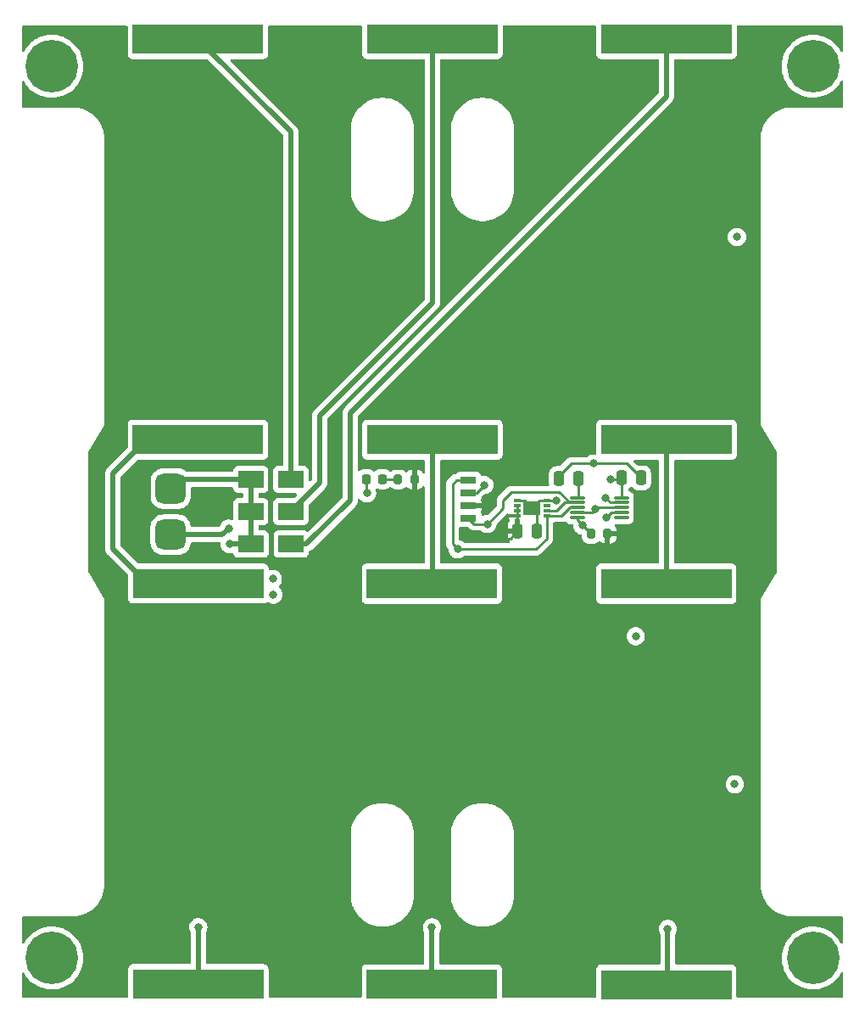
<source format=gbr>
%TF.GenerationSoftware,KiCad,Pcbnew,(6.0.7)*%
%TF.CreationDate,2023-05-18T12:23:56-07:00*%
%TF.ProjectId,solar-panel-NoCutout,736f6c61-722d-4706-916e-656c2d4e6f43,3.0*%
%TF.SameCoordinates,Original*%
%TF.FileFunction,Copper,L1,Top*%
%TF.FilePolarity,Positive*%
%FSLAX46Y46*%
G04 Gerber Fmt 4.6, Leading zero omitted, Abs format (unit mm)*
G04 Created by KiCad (PCBNEW (6.0.7)) date 2023-05-18 12:23:56*
%MOMM*%
%LPD*%
G01*
G04 APERTURE LIST*
G04 Aperture macros list*
%AMRoundRect*
0 Rectangle with rounded corners*
0 $1 Rounding radius*
0 $2 $3 $4 $5 $6 $7 $8 $9 X,Y pos of 4 corners*
0 Add a 4 corners polygon primitive as box body*
4,1,4,$2,$3,$4,$5,$6,$7,$8,$9,$2,$3,0*
0 Add four circle primitives for the rounded corners*
1,1,$1+$1,$2,$3*
1,1,$1+$1,$4,$5*
1,1,$1+$1,$6,$7*
1,1,$1+$1,$8,$9*
0 Add four rect primitives between the rounded corners*
20,1,$1+$1,$2,$3,$4,$5,0*
20,1,$1+$1,$4,$5,$6,$7,0*
20,1,$1+$1,$6,$7,$8,$9,0*
20,1,$1+$1,$8,$9,$2,$3,0*%
G04 Aperture macros list end*
%TA.AperFunction,ComponentPad*%
%ADD10C,5.250000*%
%TD*%
%TA.AperFunction,SMDPad,CuDef*%
%ADD11R,0.750000X0.300000*%
%TD*%
%TA.AperFunction,SMDPad,CuDef*%
%ADD12R,1.750000X1.450000*%
%TD*%
%TA.AperFunction,SMDPad,CuDef*%
%ADD13R,13.000000X3.000000*%
%TD*%
%TA.AperFunction,SMDPad,CuDef*%
%ADD14RoundRect,0.750000X0.750000X-0.750000X0.750000X0.750000X-0.750000X0.750000X-0.750000X-0.750000X0*%
%TD*%
%TA.AperFunction,SMDPad,CuDef*%
%ADD15R,2.500000X1.700000*%
%TD*%
%TA.AperFunction,SMDPad,CuDef*%
%ADD16RoundRect,0.250000X-0.250000X-0.475000X0.250000X-0.475000X0.250000X0.475000X-0.250000X0.475000X0*%
%TD*%
%TA.AperFunction,SMDPad,CuDef*%
%ADD17RoundRect,0.250000X0.250000X0.475000X-0.250000X0.475000X-0.250000X-0.475000X0.250000X-0.475000X0*%
%TD*%
%TA.AperFunction,SMDPad,CuDef*%
%ADD18R,1.600000X0.700000*%
%TD*%
%TA.AperFunction,SMDPad,CuDef*%
%ADD19RoundRect,0.200000X0.200000X0.275000X-0.200000X0.275000X-0.200000X-0.275000X0.200000X-0.275000X0*%
%TD*%
%TA.AperFunction,SMDPad,CuDef*%
%ADD20RoundRect,0.218750X-0.218750X-0.256250X0.218750X-0.256250X0.218750X0.256250X-0.218750X0.256250X0*%
%TD*%
%TA.AperFunction,SMDPad,CuDef*%
%ADD21RoundRect,0.075000X-0.650000X-0.075000X0.650000X-0.075000X0.650000X0.075000X-0.650000X0.075000X0*%
%TD*%
%TA.AperFunction,ViaPad*%
%ADD22C,0.800000*%
%TD*%
%TA.AperFunction,Conductor*%
%ADD23C,0.250000*%
%TD*%
%TA.AperFunction,Conductor*%
%ADD24C,0.500000*%
%TD*%
G04 APERTURE END LIST*
D10*
%TO.P,J2,1,Pin_1*%
%TO.N,unconnected-(J2-Pad1)*%
X106500000Y-70300000D03*
%TD*%
%TO.P,J3,1,Pin_1*%
%TO.N,unconnected-(J3-Pad1)*%
X106500000Y-159300000D03*
%TD*%
%TO.P,J4,1,Pin_1*%
%TO.N,unconnected-(J4-Pad1)*%
X182500000Y-70300000D03*
%TD*%
%TO.P,J5,1,Pin_1*%
%TO.N,unconnected-(J5-Pad1)*%
X182500000Y-159300000D03*
%TD*%
D11*
%TO.P,U2,1,SDA*%
%TO.N,SDA*%
X155900000Y-115170000D03*
%TO.P,U2,2,SCL*%
%TO.N,SCL*%
X155900000Y-114670000D03*
%TO.P,U2,3,Alert*%
%TO.N,unconnected-(U2-Pad3)*%
X155900000Y-114170000D03*
%TO.P,U2,4,GND*%
%TO.N,GND*%
X155900000Y-113670000D03*
%TO.P,U2,5,A2*%
X153000000Y-113670000D03*
%TO.P,U2,6,A1*%
%TO.N,+3V3*%
X153000000Y-114170000D03*
%TO.P,U2,7,A0*%
X153000000Y-114670000D03*
%TO.P,U2,8,VDD*%
X153000000Y-115170000D03*
D12*
%TO.P,U2,9,EP/GND*%
%TO.N,GND*%
X154450000Y-114420000D03*
%TD*%
D13*
%TO.P,SC5,1,+*%
%TO.N,Net-(D3-Pad2)*%
X167860000Y-67570000D03*
%TO.P,SC5,2,-*%
%TO.N,Net-(SC5-Pad2)*%
X167860000Y-107570000D03*
%TD*%
D14*
%TO.P,TP1,1,1*%
%TO.N,VSOLAR*%
X118370000Y-112450000D03*
%TD*%
D15*
%TO.P,D3,1,K*%
%TO.N,VSOLAR*%
X126400000Y-118000000D03*
%TO.P,D3,2,A*%
%TO.N,Net-(D3-Pad2)*%
X130400000Y-118000000D03*
%TD*%
D14*
%TO.P,TP2,1,1*%
%TO.N,GND*%
X118360000Y-117050000D03*
%TD*%
D15*
%TO.P,D1,1,K*%
%TO.N,VSOLAR*%
X126360000Y-111540000D03*
%TO.P,D1,2,A*%
%TO.N,Net-(D1-Pad2)*%
X130360000Y-111540000D03*
%TD*%
D13*
%TO.P,SC3,1,+*%
%TO.N,Net-(D2-Pad2)*%
X144490000Y-67570000D03*
%TO.P,SC3,2,-*%
%TO.N,Net-(SC3-Pad2)*%
X144490000Y-107570000D03*
%TD*%
%TO.P,SC4,1,+*%
%TO.N,Net-(SC3-Pad2)*%
X144450000Y-121940000D03*
%TO.P,SC4,2,-*%
%TO.N,GND*%
X144450000Y-161940000D03*
%TD*%
%TO.P,SC2,1,+*%
%TO.N,Net-(SC1-Pad2)*%
X121120000Y-121920000D03*
%TO.P,SC2,2,-*%
%TO.N,GND*%
X121120000Y-161920000D03*
%TD*%
D15*
%TO.P,D2,1,K*%
%TO.N,VSOLAR*%
X126360000Y-114750000D03*
%TO.P,D2,2,A*%
%TO.N,Net-(D2-Pad2)*%
X130360000Y-114750000D03*
%TD*%
D13*
%TO.P,SC6,1,+*%
%TO.N,Net-(SC5-Pad2)*%
X167850000Y-121950000D03*
%TO.P,SC6,2,-*%
%TO.N,GND*%
X167850000Y-161950000D03*
%TD*%
D16*
%TO.P,C2,1*%
%TO.N,+3V3*%
X153010000Y-116690000D03*
%TO.P,C2,2*%
%TO.N,GND*%
X154910000Y-116690000D03*
%TD*%
D17*
%TO.P,C5,1*%
%TO.N,Net-(C5-Pad1)*%
X159050000Y-111450000D03*
%TO.P,C5,2*%
%TO.N,GND*%
X157150000Y-111450000D03*
%TD*%
D18*
%TO.P,U1,1,SCL*%
%TO.N,SCL*%
X148075000Y-115430000D03*
%TO.P,U1,2,VDD*%
%TO.N,+3V3*%
X148075000Y-114160000D03*
%TO.P,U1,3,GND*%
%TO.N,GND*%
X148075000Y-112890000D03*
%TO.P,U1,4,SDA*%
%TO.N,SDA*%
X148075000Y-111620000D03*
%TD*%
D19*
%TO.P,R3,1*%
%TO.N,+3V3*%
X161990000Y-116970000D03*
%TO.P,R3,2*%
%TO.N,Net-(C3-Pad1)*%
X160340000Y-116970000D03*
%TD*%
D16*
%TO.P,C3,1*%
%TO.N,Net-(C3-Pad1)*%
X163410000Y-111380000D03*
%TO.P,C3,2*%
%TO.N,GND*%
X165310000Y-111380000D03*
%TD*%
D20*
%TO.P,D4,1,K*%
%TO.N,GND*%
X137912500Y-111525000D03*
%TO.P,D4,2,A*%
%TO.N,Net-(D4-Pad2)*%
X139487500Y-111525000D03*
%TD*%
D13*
%TO.P,SC1,1,+*%
%TO.N,Net-(D1-Pad2)*%
X121090000Y-67570000D03*
%TO.P,SC1,2,-*%
%TO.N,Net-(SC1-Pad2)*%
X121090000Y-107570000D03*
%TD*%
D19*
%TO.P,R1,1*%
%TO.N,+3V3*%
X142725000Y-111550000D03*
%TO.P,R1,2*%
%TO.N,Net-(D4-Pad2)*%
X141075000Y-111550000D03*
%TD*%
D21*
%TO.P,U3,1,REG*%
%TO.N,Net-(C5-Pad1)*%
X158980000Y-113350000D03*
%TO.P,U3,2,SCL*%
%TO.N,SCL*%
X158980000Y-113850000D03*
%TO.P,U3,3,SDA*%
%TO.N,SDA*%
X158980000Y-114350000D03*
%TO.P,U3,4,IN/TRIG*%
%TO.N,GND*%
X158980000Y-114850000D03*
%TO.P,U3,5,EN*%
%TO.N,Net-(C3-Pad1)*%
X158980000Y-115350000D03*
%TO.P,U3,6,VDD/NC*%
%TO.N,unconnected-(U3-Pad6)*%
X163380000Y-115350000D03*
%TO.P,U3,7,OUT+*%
%TO.N,Net-(U3-Pad7)*%
X163380000Y-114850000D03*
%TO.P,U3,8,GND*%
%TO.N,GND*%
X163380000Y-114350000D03*
%TO.P,U3,9,OUT-*%
%TO.N,Net-(U3-Pad7)*%
X163380000Y-113850000D03*
%TO.P,U3,10,VDD*%
%TO.N,Net-(C3-Pad1)*%
X163380000Y-113350000D03*
%TD*%
D22*
%TO.N,GND*%
X168000000Y-156390000D03*
X156860000Y-113670000D03*
X160570000Y-109960000D03*
X144450000Y-156250000D03*
X149675000Y-112100000D03*
X121120000Y-156220000D03*
X124150000Y-116450000D03*
X137975000Y-112925000D03*
X160750000Y-114500000D03*
%TO.N,+3V3*%
X139300000Y-104410000D03*
X150540000Y-113710000D03*
X126510000Y-126100000D03*
X151390000Y-117440000D03*
X132050000Y-104410000D03*
%TO.N,VSOLAR*%
X124270000Y-118000000D03*
%TO.N,SDA*%
X147030000Y-118510000D03*
X128560000Y-121470000D03*
%TO.N,SCL*%
X128630000Y-123030000D03*
X149990000Y-115990000D03*
%TO.N,Net-(C3-Pad1)*%
X159470000Y-116130000D03*
X162260000Y-111570000D03*
%TO.N,Net-(U3-Pad7)*%
X161890000Y-115330000D03*
X174680000Y-141950000D03*
X161820000Y-113350000D03*
X164800000Y-127190000D03*
X174900000Y-87350000D03*
%TD*%
D23*
%TO.N,GND*%
X148075000Y-112890000D02*
X148885000Y-112890000D01*
X158360000Y-109960000D02*
X158750000Y-109960000D01*
X163890000Y-109960000D02*
X165310000Y-111380000D01*
X158750000Y-109960000D02*
X160570000Y-109960000D01*
X155900000Y-113670000D02*
X155200000Y-113670000D01*
X154910000Y-116690000D02*
X154910000Y-114880000D01*
X155900000Y-113670000D02*
X156860000Y-113670000D01*
X157150000Y-111450000D02*
X157150000Y-111170000D01*
D24*
X144450000Y-161940000D02*
X144450000Y-156250000D01*
D23*
X154450000Y-114420000D02*
X153700000Y-113670000D01*
X160900000Y-114350000D02*
X160750000Y-114500000D01*
X160570000Y-109960000D02*
X163890000Y-109960000D01*
X154910000Y-114880000D02*
X154450000Y-114420000D01*
D24*
X168000000Y-161970000D02*
X168000000Y-156390000D01*
D23*
X137912500Y-112862500D02*
X137975000Y-112925000D01*
X158980000Y-114850000D02*
X160400000Y-114850000D01*
X157150000Y-111170000D02*
X158360000Y-109960000D01*
D24*
X121120000Y-161920000D02*
X121120000Y-156220000D01*
D23*
X153700000Y-113670000D02*
X153000000Y-113670000D01*
X160400000Y-114850000D02*
X160750000Y-114500000D01*
X155200000Y-113670000D02*
X154485000Y-114385000D01*
X148885000Y-112890000D02*
X149675000Y-112100000D01*
X163380000Y-114350000D02*
X160900000Y-114350000D01*
X154485000Y-114385000D02*
X154450000Y-114420000D01*
D24*
X118360000Y-117050000D02*
X123550000Y-117050000D01*
D23*
X137912500Y-111525000D02*
X137912500Y-112862500D01*
D24*
X123550000Y-117050000D02*
X124150000Y-116450000D01*
D23*
%TO.N,+3V3*%
X153000000Y-114170000D02*
X153000000Y-115170000D01*
X153010000Y-116690000D02*
X153010000Y-115180000D01*
X150540000Y-113710000D02*
X150090000Y-114160000D01*
X150090000Y-114160000D02*
X148075000Y-114160000D01*
X153010000Y-115180000D02*
X153000000Y-115170000D01*
X151390000Y-117440000D02*
X152260000Y-117440000D01*
X152260000Y-117440000D02*
X153010000Y-116690000D01*
D24*
%TO.N,VSOLAR*%
X126360000Y-117960000D02*
X126400000Y-118000000D01*
X126360000Y-111540000D02*
X126360000Y-117960000D01*
X118370000Y-112450000D02*
X119280000Y-111540000D01*
X126400000Y-118000000D02*
X124270000Y-118000000D01*
X119280000Y-111540000D02*
X126360000Y-111540000D01*
%TO.N,Net-(SC1-Pad2)*%
X112600000Y-110950000D02*
X115980000Y-107570000D01*
X112600000Y-118490000D02*
X112600000Y-110950000D01*
X116030000Y-121920000D02*
X112600000Y-118490000D01*
X115980000Y-107570000D02*
X121090000Y-107570000D01*
X121120000Y-121920000D02*
X116030000Y-121920000D01*
%TO.N,Net-(SC3-Pad2)*%
X144490000Y-121900000D02*
X144450000Y-121940000D01*
X144490000Y-107570000D02*
X144490000Y-121900000D01*
%TO.N,Net-(D1-Pad2)*%
X130360000Y-76840000D02*
X130360000Y-111540000D01*
X121090000Y-67570000D02*
X130360000Y-76840000D01*
%TO.N,Net-(D2-Pad2)*%
X144490000Y-93920000D02*
X133240000Y-105170000D01*
X133240000Y-111870000D02*
X133240000Y-105170000D01*
X130360000Y-114750000D02*
X133240000Y-111870000D01*
X144490000Y-67570000D02*
X144490000Y-93920000D01*
D23*
%TO.N,SDA*%
X155900000Y-115170000D02*
X157369315Y-115170000D01*
X146500000Y-117980000D02*
X147030000Y-118510000D01*
X157369315Y-115170000D02*
X158189315Y-114350000D01*
X155900000Y-117440000D02*
X154830000Y-118510000D01*
X148075000Y-111620000D02*
X146880000Y-111620000D01*
X146500000Y-112000000D02*
X146500000Y-117980000D01*
X154830000Y-118510000D02*
X147030000Y-118510000D01*
X158189315Y-114350000D02*
X158980000Y-114350000D01*
X146880000Y-111620000D02*
X146500000Y-112000000D01*
X155900000Y-115170000D02*
X155900000Y-117440000D01*
%TO.N,SCL*%
X151570000Y-114410000D02*
X149990000Y-115990000D01*
X157159315Y-112820000D02*
X152370000Y-112820000D01*
X158980000Y-113850000D02*
X158189315Y-113850000D01*
X148635000Y-115990000D02*
X148075000Y-115430000D01*
X158189315Y-113850000D02*
X157705305Y-113850000D01*
X152370000Y-112820000D02*
X151570000Y-113620000D01*
X157705305Y-113850000D02*
X156885305Y-114670000D01*
X149990000Y-115990000D02*
X148635000Y-115990000D01*
X156885305Y-114670000D02*
X155900000Y-114670000D01*
X151570000Y-113620000D02*
X151570000Y-114410000D01*
X158189315Y-113850000D02*
X157159315Y-112820000D01*
%TO.N,Net-(C5-Pad1)*%
X159050000Y-111450000D02*
X159050000Y-113280000D01*
X159050000Y-113280000D02*
X158980000Y-113350000D01*
%TO.N,Net-(C3-Pad1)*%
X163410000Y-111570000D02*
X162260000Y-111570000D01*
X158980000Y-115350000D02*
X158980000Y-115610000D01*
X158980000Y-115610000D02*
X160340000Y-116970000D01*
X163380000Y-113350000D02*
X163380000Y-111410000D01*
X163380000Y-111410000D02*
X163410000Y-111380000D01*
%TO.N,Net-(U3-Pad7)*%
X163380000Y-114850000D02*
X162370000Y-114850000D01*
X162320000Y-113850000D02*
X161820000Y-113350000D01*
X162370000Y-114850000D02*
X161890000Y-115330000D01*
X163380000Y-113850000D02*
X162320000Y-113850000D01*
D24*
%TO.N,Net-(D3-Pad2)*%
X136280000Y-113630000D02*
X136280000Y-104900000D01*
X130400000Y-118000000D02*
X131910000Y-118000000D01*
X131910000Y-118000000D02*
X136280000Y-113630000D01*
X136280000Y-104900000D02*
X167860000Y-73320000D01*
X167860000Y-73320000D02*
X167860000Y-67570000D01*
%TO.N,Net-(SC5-Pad2)*%
X167860000Y-121830000D02*
X168000000Y-121970000D01*
X167860000Y-107570000D02*
X167860000Y-121830000D01*
D23*
%TO.N,Net-(D4-Pad2)*%
X141075000Y-111550000D02*
X139512500Y-111550000D01*
X139512500Y-111550000D02*
X139487500Y-111525000D01*
%TD*%
%TA.AperFunction,Conductor*%
%TO.N,+3V3*%
G36*
X114023621Y-66278502D02*
G01*
X114070114Y-66332158D01*
X114081500Y-66384500D01*
X114081500Y-69118134D01*
X114088255Y-69180316D01*
X114139385Y-69316705D01*
X114226739Y-69433261D01*
X114343295Y-69520615D01*
X114479684Y-69571745D01*
X114541866Y-69578500D01*
X121973629Y-69578500D01*
X122041750Y-69598502D01*
X122062724Y-69615405D01*
X129564595Y-77117276D01*
X129598621Y-77179588D01*
X129601500Y-77206371D01*
X129601500Y-110055500D01*
X129581498Y-110123621D01*
X129527842Y-110170114D01*
X129475500Y-110181500D01*
X129061866Y-110181500D01*
X128999684Y-110188255D01*
X128863295Y-110239385D01*
X128746739Y-110326739D01*
X128659385Y-110443295D01*
X128608255Y-110579684D01*
X128601500Y-110641866D01*
X128601500Y-112438134D01*
X128608255Y-112500316D01*
X128659385Y-112636705D01*
X128746739Y-112753261D01*
X128863295Y-112840615D01*
X128999684Y-112891745D01*
X129061866Y-112898500D01*
X130834629Y-112898500D01*
X130902750Y-112918502D01*
X130949243Y-112972158D01*
X130959347Y-113042432D01*
X130929853Y-113107012D01*
X130923724Y-113113595D01*
X130682724Y-113354595D01*
X130620412Y-113388621D01*
X130593629Y-113391500D01*
X129061866Y-113391500D01*
X128999684Y-113398255D01*
X128863295Y-113449385D01*
X128746739Y-113536739D01*
X128659385Y-113653295D01*
X128608255Y-113789684D01*
X128601500Y-113851866D01*
X128601500Y-115648134D01*
X128608255Y-115710316D01*
X128659385Y-115846705D01*
X128746739Y-115963261D01*
X128863295Y-116050615D01*
X128999684Y-116101745D01*
X129061866Y-116108500D01*
X131658134Y-116108500D01*
X131720316Y-116101745D01*
X131856705Y-116050615D01*
X131973261Y-115963261D01*
X132060615Y-115846705D01*
X132111745Y-115710316D01*
X132118500Y-115648134D01*
X132118500Y-114116371D01*
X132138502Y-114048250D01*
X132155405Y-114027276D01*
X133728911Y-112453770D01*
X133743323Y-112441384D01*
X133754918Y-112432851D01*
X133754923Y-112432846D01*
X133760818Y-112428508D01*
X133765557Y-112422930D01*
X133765560Y-112422927D01*
X133795035Y-112388232D01*
X133801965Y-112380716D01*
X133807660Y-112375021D01*
X133814977Y-112365773D01*
X133825281Y-112352749D01*
X133828072Y-112349345D01*
X133870591Y-112299297D01*
X133870592Y-112299295D01*
X133875333Y-112293715D01*
X133878661Y-112287199D01*
X133882028Y-112282150D01*
X133885195Y-112277021D01*
X133889734Y-112271284D01*
X133920655Y-112205125D01*
X133922561Y-112201225D01*
X133924338Y-112197745D01*
X133955769Y-112136192D01*
X133957508Y-112129084D01*
X133959607Y-112123441D01*
X133961524Y-112117678D01*
X133964622Y-112111050D01*
X133969752Y-112086389D01*
X133979486Y-112039588D01*
X133980457Y-112035299D01*
X133985084Y-112016389D01*
X133997808Y-111964390D01*
X133998500Y-111953236D01*
X133998536Y-111953238D01*
X133998775Y-111949245D01*
X133999149Y-111945053D01*
X134000640Y-111937885D01*
X133998546Y-111860479D01*
X133998500Y-111857072D01*
X133998500Y-105536371D01*
X134018502Y-105468250D01*
X134035405Y-105447276D01*
X144978911Y-94503770D01*
X144993323Y-94491384D01*
X145004918Y-94482851D01*
X145004923Y-94482846D01*
X145010818Y-94478508D01*
X145015557Y-94472930D01*
X145015560Y-94472927D01*
X145045035Y-94438232D01*
X145051965Y-94430716D01*
X145057661Y-94425020D01*
X145059924Y-94422159D01*
X145059929Y-94422154D01*
X145075285Y-94402744D01*
X145078074Y-94399342D01*
X145120596Y-94349291D01*
X145120597Y-94349290D01*
X145125333Y-94343715D01*
X145128661Y-94337198D01*
X145132027Y-94332150D01*
X145135190Y-94327028D01*
X145139735Y-94321284D01*
X145170664Y-94255105D01*
X145172563Y-94251221D01*
X145205769Y-94186192D01*
X145207510Y-94179077D01*
X145209613Y-94173422D01*
X145211522Y-94167683D01*
X145214622Y-94161050D01*
X145229491Y-94089565D01*
X145230461Y-94085282D01*
X145246473Y-94019844D01*
X145247808Y-94014390D01*
X145248500Y-94003236D01*
X145248535Y-94003238D01*
X145248775Y-93999266D01*
X145249152Y-93995045D01*
X145250641Y-93987885D01*
X145248546Y-93910458D01*
X145248500Y-93907050D01*
X145248500Y-82593724D01*
X146336309Y-82593724D01*
X146337130Y-82600000D01*
X146336861Y-82600000D01*
X146355403Y-82941995D01*
X146410813Y-83279981D01*
X146502441Y-83609995D01*
X146629213Y-83928168D01*
X146789642Y-84230769D01*
X146791550Y-84233584D01*
X146791553Y-84233588D01*
X146941399Y-84454593D01*
X146981847Y-84514250D01*
X147203575Y-84775289D01*
X147452227Y-85010825D01*
X147724887Y-85218095D01*
X148018359Y-85394671D01*
X148329202Y-85538482D01*
X148332440Y-85539573D01*
X148332445Y-85539575D01*
X148650535Y-85646753D01*
X148650541Y-85646755D01*
X148653771Y-85647843D01*
X148657107Y-85648577D01*
X148657106Y-85648577D01*
X148984930Y-85720736D01*
X148984934Y-85720737D01*
X148988261Y-85721469D01*
X148991651Y-85721838D01*
X148991653Y-85721838D01*
X149049820Y-85728164D01*
X149328751Y-85758500D01*
X149671249Y-85758500D01*
X149950180Y-85728164D01*
X150008347Y-85721838D01*
X150008349Y-85721838D01*
X150011739Y-85721469D01*
X150015066Y-85720737D01*
X150015070Y-85720736D01*
X150342894Y-85648577D01*
X150342893Y-85648577D01*
X150346229Y-85647843D01*
X150349459Y-85646755D01*
X150349465Y-85646753D01*
X150667555Y-85539575D01*
X150667560Y-85539573D01*
X150670798Y-85538482D01*
X150981641Y-85394671D01*
X151275113Y-85218095D01*
X151547773Y-85010825D01*
X151796425Y-84775289D01*
X152018153Y-84514250D01*
X152058602Y-84454593D01*
X152208447Y-84233588D01*
X152208450Y-84233584D01*
X152210358Y-84230769D01*
X152370787Y-83928168D01*
X152497559Y-83609995D01*
X152589187Y-83279981D01*
X152644597Y-82941995D01*
X152661543Y-82629444D01*
X152662345Y-82622204D01*
X152662334Y-82622203D01*
X152662770Y-82617345D01*
X152663576Y-82612552D01*
X152663729Y-82600000D01*
X152659773Y-82572376D01*
X152658500Y-82554514D01*
X152658500Y-76653250D01*
X152660246Y-76632345D01*
X152662770Y-76617344D01*
X152662770Y-76617341D01*
X152663576Y-76612552D01*
X152663729Y-76600000D01*
X152663040Y-76595188D01*
X152662724Y-76590331D01*
X152662726Y-76590331D01*
X152662479Y-76587825D01*
X152662447Y-76587220D01*
X152650718Y-76370893D01*
X152644782Y-76261408D01*
X152644781Y-76261399D01*
X152644597Y-76258005D01*
X152589187Y-75920019D01*
X152550445Y-75780483D01*
X152498472Y-75593292D01*
X152498470Y-75593286D01*
X152497559Y-75590005D01*
X152392444Y-75326186D01*
X152372049Y-75274999D01*
X152372048Y-75274997D01*
X152370787Y-75271832D01*
X152210358Y-74969231D01*
X152185915Y-74933180D01*
X152020062Y-74688565D01*
X152020058Y-74688560D01*
X152018153Y-74685750D01*
X151825126Y-74458500D01*
X151798631Y-74427308D01*
X151798630Y-74427307D01*
X151796425Y-74424711D01*
X151547773Y-74189175D01*
X151275113Y-73981905D01*
X150981641Y-73805329D01*
X150670798Y-73661518D01*
X150667560Y-73660427D01*
X150667555Y-73660425D01*
X150349465Y-73553247D01*
X150349459Y-73553245D01*
X150346229Y-73552157D01*
X150248644Y-73530677D01*
X150015070Y-73479264D01*
X150015066Y-73479263D01*
X150011739Y-73478531D01*
X150008349Y-73478162D01*
X150008347Y-73478162D01*
X149950180Y-73471836D01*
X149671249Y-73441500D01*
X149328751Y-73441500D01*
X149049820Y-73471836D01*
X148991653Y-73478162D01*
X148991651Y-73478162D01*
X148988261Y-73478531D01*
X148984934Y-73479263D01*
X148984930Y-73479264D01*
X148751356Y-73530677D01*
X148653771Y-73552157D01*
X148650541Y-73553245D01*
X148650535Y-73553247D01*
X148332445Y-73660425D01*
X148332440Y-73660427D01*
X148329202Y-73661518D01*
X148018359Y-73805329D01*
X147724887Y-73981905D01*
X147452227Y-74189175D01*
X147203575Y-74424711D01*
X147201370Y-74427307D01*
X147201369Y-74427308D01*
X147174874Y-74458500D01*
X146981847Y-74685750D01*
X146979942Y-74688560D01*
X146979938Y-74688565D01*
X146814085Y-74933180D01*
X146789642Y-74969231D01*
X146629213Y-75271832D01*
X146627952Y-75274997D01*
X146627951Y-75274999D01*
X146607556Y-75326186D01*
X146502441Y-75590005D01*
X146501530Y-75593286D01*
X146501528Y-75593292D01*
X146449555Y-75780483D01*
X146410813Y-75920019D01*
X146355403Y-76258005D01*
X146341085Y-76522101D01*
X146338021Y-76578611D01*
X146337733Y-76581360D01*
X146337712Y-76583122D01*
X146337769Y-76583258D01*
X146337678Y-76584932D01*
X146336309Y-76593724D01*
X146336940Y-76598548D01*
X146336861Y-76600000D01*
X146337130Y-76600000D01*
X146337958Y-76606332D01*
X146340436Y-76625283D01*
X146341500Y-76641620D01*
X146341500Y-82550633D01*
X146340000Y-82570018D01*
X146336309Y-82593724D01*
X145248500Y-82593724D01*
X145248500Y-69704500D01*
X145268502Y-69636379D01*
X145322158Y-69589886D01*
X145374500Y-69578500D01*
X151038134Y-69578500D01*
X151100316Y-69571745D01*
X151236705Y-69520615D01*
X151353261Y-69433261D01*
X151440615Y-69316705D01*
X151491745Y-69180316D01*
X151498500Y-69118134D01*
X151498500Y-66384500D01*
X151518502Y-66316379D01*
X151572158Y-66269886D01*
X151624500Y-66258500D01*
X160725500Y-66258500D01*
X160793621Y-66278502D01*
X160840114Y-66332158D01*
X160851500Y-66384500D01*
X160851500Y-69118134D01*
X160858255Y-69180316D01*
X160909385Y-69316705D01*
X160996739Y-69433261D01*
X161113295Y-69520615D01*
X161249684Y-69571745D01*
X161311866Y-69578500D01*
X166975500Y-69578500D01*
X167043621Y-69598502D01*
X167090114Y-69652158D01*
X167101500Y-69704500D01*
X167101500Y-72953629D01*
X167081498Y-73021750D01*
X167064595Y-73042724D01*
X135791089Y-104316230D01*
X135776677Y-104328616D01*
X135765082Y-104337149D01*
X135765077Y-104337154D01*
X135759182Y-104341492D01*
X135754443Y-104347070D01*
X135754440Y-104347073D01*
X135724965Y-104381768D01*
X135718035Y-104389284D01*
X135712340Y-104394979D01*
X135710060Y-104397861D01*
X135694719Y-104417251D01*
X135691928Y-104420655D01*
X135649409Y-104470703D01*
X135644667Y-104476285D01*
X135641339Y-104482801D01*
X135637972Y-104487850D01*
X135634805Y-104492979D01*
X135630266Y-104498716D01*
X135599345Y-104564875D01*
X135597442Y-104568769D01*
X135564231Y-104633808D01*
X135562492Y-104640916D01*
X135560393Y-104646559D01*
X135558476Y-104652322D01*
X135555378Y-104658950D01*
X135553888Y-104666112D01*
X135553888Y-104666113D01*
X135540514Y-104730412D01*
X135539544Y-104734696D01*
X135522192Y-104805610D01*
X135521500Y-104816764D01*
X135521464Y-104816762D01*
X135521225Y-104820755D01*
X135520851Y-104824947D01*
X135519360Y-104832115D01*
X135519558Y-104839432D01*
X135521454Y-104909521D01*
X135521500Y-104912928D01*
X135521500Y-113263629D01*
X135501498Y-113331750D01*
X135484595Y-113352724D01*
X132111838Y-116725481D01*
X132049526Y-116759507D01*
X131978711Y-116754442D01*
X131947181Y-116737214D01*
X131896705Y-116699385D01*
X131760316Y-116648255D01*
X131698134Y-116641500D01*
X129101866Y-116641500D01*
X129039684Y-116648255D01*
X128903295Y-116699385D01*
X128786739Y-116786739D01*
X128699385Y-116903295D01*
X128648255Y-117039684D01*
X128641500Y-117101866D01*
X128641500Y-118898134D01*
X128648255Y-118960316D01*
X128699385Y-119096705D01*
X128786739Y-119213261D01*
X128903295Y-119300615D01*
X129039684Y-119351745D01*
X129101866Y-119358500D01*
X131698134Y-119358500D01*
X131760316Y-119351745D01*
X131896705Y-119300615D01*
X132013261Y-119213261D01*
X132100615Y-119096705D01*
X132151745Y-118960316D01*
X132158500Y-118898134D01*
X132158500Y-118806082D01*
X132178502Y-118737961D01*
X132228188Y-118694867D01*
X132227881Y-118694361D01*
X132227896Y-118694352D01*
X132227899Y-118694351D01*
X132228684Y-118693875D01*
X132230132Y-118693181D01*
X132230842Y-118692565D01*
X132234158Y-118690553D01*
X132239631Y-118688047D01*
X132245055Y-118685331D01*
X132251937Y-118682833D01*
X132265478Y-118673955D01*
X132312976Y-118642814D01*
X132316680Y-118640477D01*
X132379107Y-118602595D01*
X132387484Y-118595197D01*
X132387508Y-118595224D01*
X132390500Y-118592571D01*
X132393733Y-118589868D01*
X132399852Y-118585856D01*
X132453128Y-118529617D01*
X132455506Y-118527175D01*
X136768911Y-114213770D01*
X136783323Y-114201384D01*
X136794918Y-114192851D01*
X136794923Y-114192846D01*
X136800818Y-114188508D01*
X136805557Y-114182930D01*
X136805560Y-114182927D01*
X136835035Y-114148232D01*
X136841965Y-114140716D01*
X136847660Y-114135021D01*
X136857427Y-114122676D01*
X136865281Y-114112749D01*
X136868072Y-114109345D01*
X136910591Y-114059297D01*
X136910592Y-114059295D01*
X136915333Y-114053715D01*
X136918661Y-114047199D01*
X136922028Y-114042150D01*
X136925195Y-114037021D01*
X136929734Y-114031284D01*
X136960655Y-113965125D01*
X136962561Y-113961225D01*
X136963635Y-113959122D01*
X136995769Y-113896192D01*
X136997508Y-113889084D01*
X136999607Y-113883441D01*
X137001524Y-113877678D01*
X137004622Y-113871050D01*
X137019487Y-113799583D01*
X137020457Y-113795299D01*
X137021831Y-113789684D01*
X137037808Y-113724390D01*
X137038500Y-113713236D01*
X137038536Y-113713238D01*
X137038775Y-113709245D01*
X137039149Y-113705053D01*
X137040640Y-113697885D01*
X137038546Y-113620479D01*
X137038500Y-113617072D01*
X137038500Y-113570883D01*
X137058502Y-113502762D01*
X137112158Y-113456269D01*
X137182432Y-113446165D01*
X137247012Y-113475659D01*
X137258136Y-113486573D01*
X137339849Y-113577324D01*
X137363747Y-113603866D01*
X137455298Y-113670382D01*
X137508289Y-113708882D01*
X137518248Y-113716118D01*
X137524276Y-113718802D01*
X137524278Y-113718803D01*
X137686681Y-113791109D01*
X137692712Y-113793794D01*
X137786113Y-113813647D01*
X137873056Y-113832128D01*
X137873061Y-113832128D01*
X137879513Y-113833500D01*
X138070487Y-113833500D01*
X138076939Y-113832128D01*
X138076944Y-113832128D01*
X138163887Y-113813647D01*
X138257288Y-113793794D01*
X138263319Y-113791109D01*
X138425722Y-113718803D01*
X138425724Y-113718802D01*
X138431752Y-113716118D01*
X138441712Y-113708882D01*
X138494702Y-113670382D01*
X138586253Y-113603866D01*
X138596835Y-113592114D01*
X138709621Y-113466852D01*
X138709622Y-113466851D01*
X138714040Y-113461944D01*
X138787021Y-113335537D01*
X138806223Y-113302279D01*
X138806224Y-113302278D01*
X138809527Y-113296556D01*
X138868542Y-113114928D01*
X138881845Y-112988362D01*
X138887814Y-112931565D01*
X138888504Y-112925000D01*
X138884535Y-112887237D01*
X138869232Y-112741635D01*
X138869232Y-112741633D01*
X138868542Y-112735072D01*
X138855037Y-112693509D01*
X138828886Y-112613023D01*
X138826859Y-112542055D01*
X138863521Y-112481258D01*
X138927233Y-112449932D01*
X138988386Y-112454494D01*
X138996937Y-112457330D01*
X139113738Y-112496072D01*
X139113740Y-112496072D01*
X139120269Y-112498238D01*
X139220428Y-112508500D01*
X139754572Y-112508500D01*
X139757818Y-112508163D01*
X139757822Y-112508163D01*
X139791603Y-112504658D01*
X139855982Y-112497978D01*
X140016849Y-112444308D01*
X140161055Y-112355071D01*
X140166224Y-112349893D01*
X140166229Y-112349889D01*
X140192854Y-112323218D01*
X140255136Y-112289139D01*
X140325956Y-112294142D01*
X140371121Y-112323141D01*
X140434619Y-112386639D01*
X140581301Y-112475472D01*
X140588548Y-112477743D01*
X140588550Y-112477744D01*
X140647035Y-112496072D01*
X140744938Y-112526753D01*
X140818365Y-112533500D01*
X140821263Y-112533500D01*
X141075665Y-112533499D01*
X141331634Y-112533499D01*
X141334492Y-112533236D01*
X141334501Y-112533236D01*
X141370004Y-112529974D01*
X141405062Y-112526753D01*
X141413030Y-112524256D01*
X141561450Y-112477744D01*
X141561452Y-112477743D01*
X141568699Y-112475472D01*
X141715381Y-112386639D01*
X141811259Y-112290761D01*
X141873571Y-112256735D01*
X141944386Y-112261800D01*
X141989449Y-112290761D01*
X142079557Y-112380869D01*
X142091426Y-112390176D01*
X142225012Y-112471079D01*
X142238757Y-112477285D01*
X142388644Y-112524256D01*
X142401694Y-112526869D01*
X142456586Y-112531913D01*
X142468124Y-112528525D01*
X142469329Y-112527135D01*
X142471000Y-112519452D01*
X142471000Y-110585116D01*
X142466525Y-110569877D01*
X142465135Y-110568672D01*
X142460706Y-110567709D01*
X142401685Y-110573132D01*
X142388649Y-110575743D01*
X142238757Y-110622715D01*
X142225012Y-110628921D01*
X142091426Y-110709824D01*
X142079557Y-110719131D01*
X141989449Y-110809239D01*
X141927137Y-110843265D01*
X141856322Y-110838200D01*
X141811259Y-110809239D01*
X141715381Y-110713361D01*
X141568699Y-110624528D01*
X141561452Y-110622257D01*
X141561450Y-110622256D01*
X141483886Y-110597949D01*
X141405062Y-110573247D01*
X141331635Y-110566500D01*
X141328737Y-110566500D01*
X141074335Y-110566501D01*
X140818366Y-110566501D01*
X140815508Y-110566764D01*
X140815499Y-110566764D01*
X140781619Y-110569877D01*
X140744938Y-110573247D01*
X140738560Y-110575246D01*
X140738559Y-110575246D01*
X140588550Y-110622256D01*
X140588548Y-110622257D01*
X140581301Y-110624528D01*
X140434619Y-110713361D01*
X140396094Y-110751886D01*
X140333782Y-110785912D01*
X140262967Y-110780847D01*
X140217981Y-110751963D01*
X140165238Y-110699311D01*
X140165233Y-110699307D01*
X140160053Y-110694136D01*
X140015692Y-110605151D01*
X140008743Y-110602846D01*
X139861262Y-110553928D01*
X139861260Y-110553928D01*
X139854731Y-110551762D01*
X139754572Y-110541500D01*
X139220428Y-110541500D01*
X139217182Y-110541837D01*
X139217178Y-110541837D01*
X139183397Y-110545342D01*
X139119018Y-110552022D01*
X138958151Y-110605692D01*
X138813945Y-110694929D01*
X138789113Y-110719805D01*
X138726832Y-110753884D01*
X138656012Y-110748882D01*
X138610922Y-110719960D01*
X138590233Y-110699307D01*
X138585053Y-110694136D01*
X138440692Y-110605151D01*
X138433743Y-110602846D01*
X138286262Y-110553928D01*
X138286260Y-110553928D01*
X138279731Y-110551762D01*
X138179572Y-110541500D01*
X137645428Y-110541500D01*
X137642182Y-110541837D01*
X137642178Y-110541837D01*
X137608397Y-110545342D01*
X137544018Y-110552022D01*
X137383151Y-110605692D01*
X137238945Y-110694929D01*
X137238747Y-110694609D01*
X137176952Y-110719620D01*
X137107188Y-110706448D01*
X137055620Y-110657650D01*
X137038500Y-110594237D01*
X137038500Y-105266371D01*
X137058502Y-105198250D01*
X137075405Y-105177276D01*
X154902681Y-87350000D01*
X173986496Y-87350000D01*
X174006458Y-87539928D01*
X174065473Y-87721556D01*
X174160960Y-87886944D01*
X174288747Y-88028866D01*
X174443248Y-88141118D01*
X174449276Y-88143802D01*
X174449278Y-88143803D01*
X174611681Y-88216109D01*
X174617712Y-88218794D01*
X174711112Y-88238647D01*
X174798056Y-88257128D01*
X174798061Y-88257128D01*
X174804513Y-88258500D01*
X174995487Y-88258500D01*
X175001939Y-88257128D01*
X175001944Y-88257128D01*
X175088888Y-88238647D01*
X175182288Y-88218794D01*
X175188319Y-88216109D01*
X175350722Y-88143803D01*
X175350724Y-88143802D01*
X175356752Y-88141118D01*
X175511253Y-88028866D01*
X175639040Y-87886944D01*
X175734527Y-87721556D01*
X175793542Y-87539928D01*
X175813504Y-87350000D01*
X175793542Y-87160072D01*
X175734527Y-86978444D01*
X175639040Y-86813056D01*
X175511253Y-86671134D01*
X175356752Y-86558882D01*
X175350724Y-86556198D01*
X175350722Y-86556197D01*
X175188319Y-86483891D01*
X175188318Y-86483891D01*
X175182288Y-86481206D01*
X175088888Y-86461353D01*
X175001944Y-86442872D01*
X175001939Y-86442872D01*
X174995487Y-86441500D01*
X174804513Y-86441500D01*
X174798061Y-86442872D01*
X174798056Y-86442872D01*
X174711112Y-86461353D01*
X174617712Y-86481206D01*
X174611682Y-86483891D01*
X174611681Y-86483891D01*
X174449278Y-86556197D01*
X174449276Y-86556198D01*
X174443248Y-86558882D01*
X174288747Y-86671134D01*
X174160960Y-86813056D01*
X174065473Y-86978444D01*
X174006458Y-87160072D01*
X173986496Y-87350000D01*
X154902681Y-87350000D01*
X168348911Y-73903770D01*
X168363323Y-73891384D01*
X168374918Y-73882851D01*
X168374923Y-73882846D01*
X168380818Y-73878508D01*
X168385557Y-73872930D01*
X168385560Y-73872927D01*
X168415035Y-73838232D01*
X168421965Y-73830716D01*
X168427660Y-73825021D01*
X168432518Y-73818880D01*
X168445281Y-73802749D01*
X168448072Y-73799345D01*
X168490591Y-73749297D01*
X168490592Y-73749295D01*
X168495333Y-73743715D01*
X168498661Y-73737199D01*
X168502028Y-73732150D01*
X168505195Y-73727021D01*
X168509734Y-73721284D01*
X168540655Y-73655125D01*
X168542561Y-73651225D01*
X168575769Y-73586192D01*
X168577508Y-73579084D01*
X168579607Y-73573441D01*
X168581524Y-73567678D01*
X168584622Y-73561050D01*
X168586625Y-73551423D01*
X168599486Y-73489588D01*
X168600457Y-73485299D01*
X168615054Y-73425643D01*
X168617808Y-73414390D01*
X168618500Y-73403236D01*
X168618536Y-73403238D01*
X168618775Y-73399245D01*
X168619149Y-73395053D01*
X168620640Y-73387885D01*
X168618546Y-73310479D01*
X168618500Y-73307072D01*
X168618500Y-69704500D01*
X168638502Y-69636379D01*
X168692158Y-69589886D01*
X168744500Y-69578500D01*
X174408134Y-69578500D01*
X174470316Y-69571745D01*
X174606705Y-69520615D01*
X174723261Y-69433261D01*
X174810615Y-69316705D01*
X174861745Y-69180316D01*
X174868500Y-69118134D01*
X174868500Y-66384500D01*
X174888502Y-66316379D01*
X174942158Y-66269886D01*
X174994500Y-66258500D01*
X185365500Y-66258500D01*
X185433621Y-66278502D01*
X185480114Y-66332158D01*
X185491500Y-66384500D01*
X185491500Y-68746328D01*
X185471498Y-68814449D01*
X185417842Y-68860942D01*
X185347568Y-68871046D01*
X185282988Y-68841552D01*
X185255085Y-68807029D01*
X185163239Y-68639961D01*
X185163236Y-68639957D01*
X185161546Y-68636882D01*
X184959573Y-68350567D01*
X184726943Y-68088550D01*
X184724342Y-68086208D01*
X184724337Y-68086203D01*
X184469167Y-67856447D01*
X184469166Y-67856447D01*
X184466557Y-67854097D01*
X184428538Y-67826878D01*
X184184513Y-67652173D01*
X184184510Y-67652171D01*
X184181659Y-67650130D01*
X183875800Y-67479192D01*
X183552794Y-67343412D01*
X183549425Y-67342421D01*
X183549421Y-67342419D01*
X183401053Y-67298752D01*
X183216665Y-67244484D01*
X182940895Y-67195858D01*
X182875063Y-67184250D01*
X182875061Y-67184250D01*
X182871603Y-67183640D01*
X182868094Y-67183419D01*
X182868092Y-67183419D01*
X182525428Y-67161860D01*
X182525422Y-67161860D01*
X182521910Y-67161639D01*
X182424516Y-67166403D01*
X182175451Y-67178584D01*
X182175443Y-67178585D01*
X182171944Y-67178756D01*
X182168476Y-67179318D01*
X182168473Y-67179318D01*
X181829542Y-67234213D01*
X181829539Y-67234214D01*
X181826067Y-67234776D01*
X181822684Y-67235721D01*
X181822682Y-67235721D01*
X181787747Y-67245475D01*
X181488589Y-67329001D01*
X181485341Y-67330313D01*
X181485333Y-67330316D01*
X181166983Y-67458938D01*
X181166979Y-67458940D01*
X181163719Y-67460257D01*
X181160632Y-67461926D01*
X181160628Y-67461928D01*
X181131220Y-67477829D01*
X180855503Y-67626909D01*
X180567785Y-67826878D01*
X180565143Y-67829191D01*
X180565139Y-67829194D01*
X180326206Y-68038365D01*
X180304151Y-68057673D01*
X180067886Y-68316416D01*
X179861935Y-68599883D01*
X179860193Y-68602949D01*
X179860192Y-68602951D01*
X179839167Y-68639962D01*
X179688865Y-68904541D01*
X179671985Y-68943926D01*
X179570668Y-69180316D01*
X179550834Y-69226591D01*
X179513293Y-69350932D01*
X179461112Y-69523767D01*
X179449562Y-69562021D01*
X179386311Y-69906650D01*
X179361869Y-70256181D01*
X179376542Y-70606258D01*
X179430145Y-70952518D01*
X179522012Y-71290645D01*
X179523302Y-71293904D01*
X179523304Y-71293909D01*
X179572316Y-71417698D01*
X179650998Y-71616424D01*
X179652653Y-71619536D01*
X179652655Y-71619541D01*
X179712109Y-71731357D01*
X179815493Y-71925795D01*
X179817483Y-71928701D01*
X179817484Y-71928703D01*
X179891490Y-72036785D01*
X180013449Y-72214902D01*
X180242397Y-72480142D01*
X180499485Y-72718207D01*
X180781507Y-72926132D01*
X180784544Y-72927886D01*
X180784548Y-72927888D01*
X180919529Y-73005819D01*
X181084949Y-73101324D01*
X181088170Y-73102731D01*
X181402807Y-73240193D01*
X181402817Y-73240197D01*
X181406029Y-73241600D01*
X181409387Y-73242639D01*
X181409391Y-73242641D01*
X181545685Y-73284831D01*
X181740743Y-73345212D01*
X181744199Y-73345871D01*
X181744198Y-73345871D01*
X182081471Y-73410210D01*
X182081477Y-73410211D01*
X182084922Y-73410868D01*
X182316253Y-73428668D01*
X182430777Y-73437480D01*
X182430778Y-73437480D01*
X182434274Y-73437749D01*
X182666291Y-73429646D01*
X182780929Y-73425643D01*
X182780933Y-73425643D01*
X182784445Y-73425520D01*
X182787924Y-73425006D01*
X182787927Y-73425006D01*
X183127578Y-73374851D01*
X183127584Y-73374850D01*
X183131070Y-73374335D01*
X183134474Y-73373436D01*
X183134477Y-73373435D01*
X183466439Y-73285727D01*
X183466440Y-73285727D01*
X183469830Y-73284831D01*
X183796502Y-73158123D01*
X184107014Y-72995792D01*
X184397496Y-72799859D01*
X184664327Y-72572768D01*
X184749069Y-72482527D01*
X184901771Y-72319916D01*
X184901775Y-72319911D01*
X184904182Y-72317348D01*
X185114071Y-72036785D01*
X185219416Y-71857229D01*
X185256823Y-71793469D01*
X185308546Y-71744836D01*
X185378352Y-71731886D01*
X185444077Y-71758732D01*
X185484855Y-71816850D01*
X185491500Y-71857229D01*
X185491500Y-74290500D01*
X185471498Y-74358621D01*
X185417842Y-74405114D01*
X185365500Y-74416500D01*
X180475063Y-74416500D01*
X180453450Y-74414632D01*
X180448379Y-74413749D01*
X180435484Y-74411504D01*
X180428299Y-74411375D01*
X180427790Y-74411366D01*
X180427789Y-74411366D01*
X180422933Y-74411279D01*
X180418113Y-74411941D01*
X180418096Y-74411942D01*
X180406900Y-74412971D01*
X180091161Y-74427793D01*
X180087899Y-74428293D01*
X180087890Y-74428294D01*
X179766132Y-74477625D01*
X179766127Y-74477626D01*
X179762866Y-74478126D01*
X179441674Y-74562664D01*
X179131137Y-74680471D01*
X179128192Y-74681959D01*
X179128185Y-74681962D01*
X179115116Y-74688565D01*
X178834692Y-74830243D01*
X178555619Y-75010324D01*
X178553038Y-75012404D01*
X178553035Y-75012406D01*
X178521899Y-75037496D01*
X178297003Y-75218721D01*
X178294665Y-75221050D01*
X178294663Y-75221052D01*
X178282360Y-75233309D01*
X178061707Y-75453129D01*
X177852334Y-75710955D01*
X177671199Y-75989346D01*
X177669696Y-75992293D01*
X177669692Y-75992300D01*
X177642439Y-76045739D01*
X177520307Y-76285222D01*
X177401328Y-76595311D01*
X177315576Y-76916181D01*
X177315062Y-76919448D01*
X177315061Y-76919455D01*
X177278164Y-77154181D01*
X177264001Y-77244284D01*
X177263833Y-77247596D01*
X177248795Y-77544050D01*
X177247251Y-77558324D01*
X177246401Y-77563438D01*
X177246272Y-77575991D01*
X177246971Y-77580805D01*
X177246971Y-77580807D01*
X177250193Y-77602999D01*
X177251500Y-77621102D01*
X177251500Y-105894242D01*
X177249585Y-105916127D01*
X177246540Y-105933392D01*
X177247524Y-105942309D01*
X177247524Y-105942312D01*
X177250740Y-105971451D01*
X177251076Y-105977570D01*
X177251182Y-105977562D01*
X177251500Y-105982028D01*
X177251500Y-105986513D01*
X177252135Y-105990948D01*
X177252136Y-105990961D01*
X177255142Y-106011949D01*
X177255653Y-106015973D01*
X177262517Y-106078170D01*
X177265733Y-106085896D01*
X177266920Y-106094187D01*
X177270634Y-106102355D01*
X177270634Y-106102356D01*
X177292818Y-106151147D01*
X177294439Y-106154871D01*
X177305521Y-106181497D01*
X177308062Y-106185653D01*
X177310271Y-106189984D01*
X177310104Y-106190069D01*
X177312983Y-106195497D01*
X177327208Y-106226782D01*
X177341215Y-106243038D01*
X177353250Y-106259543D01*
X178822993Y-108662897D01*
X178841500Y-108728633D01*
X178841500Y-120821368D01*
X178822993Y-120887104D01*
X177356310Y-123285453D01*
X177355278Y-123287140D01*
X177342227Y-123304810D01*
X177330622Y-123317951D01*
X177314344Y-123352621D01*
X177311443Y-123358010D01*
X177311536Y-123358058D01*
X177309479Y-123362030D01*
X177307139Y-123365858D01*
X177305367Y-123369974D01*
X177296972Y-123389469D01*
X177295304Y-123393176D01*
X177268719Y-123449800D01*
X177267432Y-123458068D01*
X177264119Y-123465761D01*
X177263026Y-123474668D01*
X177263023Y-123474678D01*
X177256492Y-123527892D01*
X177255931Y-123531926D01*
X177251500Y-123560386D01*
X177251500Y-123565248D01*
X177251124Y-123570107D01*
X177250936Y-123570092D01*
X177250562Y-123576219D01*
X177246375Y-123610334D01*
X177247825Y-123619186D01*
X177247825Y-123619187D01*
X177249843Y-123631505D01*
X177251500Y-123651873D01*
X177251500Y-151921161D01*
X177249715Y-151942296D01*
X177246448Y-151961497D01*
X177246272Y-151974048D01*
X177246952Y-151978856D01*
X177247029Y-151980079D01*
X177247907Y-151989226D01*
X177263987Y-152305747D01*
X177315580Y-152633839D01*
X177316434Y-152637035D01*
X177316436Y-152637043D01*
X177400259Y-152950633D01*
X177401346Y-152954699D01*
X177520336Y-153264776D01*
X177521846Y-153267736D01*
X177667980Y-153554261D01*
X177671234Y-153560642D01*
X177852370Y-153839023D01*
X178061742Y-154096841D01*
X178098760Y-154133719D01*
X178269348Y-154303663D01*
X178297033Y-154331244D01*
X178299614Y-154333324D01*
X178299622Y-154333331D01*
X178553059Y-154537560D01*
X178553067Y-154537566D01*
X178555641Y-154539640D01*
X178834705Y-154719723D01*
X179131139Y-154869501D01*
X179134229Y-154870673D01*
X179134235Y-154870676D01*
X179438556Y-154986138D01*
X179438559Y-154986139D01*
X179441664Y-154987317D01*
X179762845Y-155071870D01*
X179766115Y-155072372D01*
X179766122Y-155072373D01*
X179971349Y-155103851D01*
X180091131Y-155122223D01*
X180390952Y-155136318D01*
X180405232Y-155137809D01*
X180410341Y-155138639D01*
X180415215Y-155138671D01*
X180415217Y-155138671D01*
X180416559Y-155138680D01*
X180422894Y-155138721D01*
X180448712Y-155134875D01*
X180467277Y-155133500D01*
X185365500Y-155133500D01*
X185433621Y-155153502D01*
X185480114Y-155207158D01*
X185491500Y-155259500D01*
X185491500Y-157746328D01*
X185471498Y-157814449D01*
X185417842Y-157860942D01*
X185347568Y-157871046D01*
X185282988Y-157841552D01*
X185255085Y-157807029D01*
X185163239Y-157639961D01*
X185163236Y-157639957D01*
X185161546Y-157636882D01*
X184959573Y-157350567D01*
X184726943Y-157088550D01*
X184724342Y-157086208D01*
X184724337Y-157086203D01*
X184469167Y-156856447D01*
X184469166Y-156856447D01*
X184466557Y-156854097D01*
X184428538Y-156826878D01*
X184184513Y-156652173D01*
X184184510Y-156652171D01*
X184181659Y-156650130D01*
X183875800Y-156479192D01*
X183552794Y-156343412D01*
X183549425Y-156342421D01*
X183549421Y-156342419D01*
X183401053Y-156298752D01*
X183216665Y-156244484D01*
X182929189Y-156193794D01*
X182875063Y-156184250D01*
X182875061Y-156184250D01*
X182871603Y-156183640D01*
X182868094Y-156183419D01*
X182868092Y-156183419D01*
X182525428Y-156161860D01*
X182525422Y-156161860D01*
X182521910Y-156161639D01*
X182424516Y-156166403D01*
X182175451Y-156178584D01*
X182175443Y-156178585D01*
X182171944Y-156178756D01*
X182168476Y-156179318D01*
X182168473Y-156179318D01*
X181829542Y-156234213D01*
X181829539Y-156234214D01*
X181826067Y-156234776D01*
X181822684Y-156235721D01*
X181822682Y-156235721D01*
X181787747Y-156245475D01*
X181488589Y-156329001D01*
X181485341Y-156330313D01*
X181485333Y-156330316D01*
X181166983Y-156458938D01*
X181166979Y-156458940D01*
X181163719Y-156460257D01*
X181160632Y-156461926D01*
X181160628Y-156461928D01*
X181131220Y-156477829D01*
X180855503Y-156626909D01*
X180567785Y-156826878D01*
X180565143Y-156829191D01*
X180565139Y-156829194D01*
X180525382Y-156863999D01*
X180304151Y-157057673D01*
X180067886Y-157316416D01*
X179861935Y-157599883D01*
X179860193Y-157602949D01*
X179860192Y-157602951D01*
X179839167Y-157639962D01*
X179688865Y-157904541D01*
X179550834Y-158226591D01*
X179449562Y-158562021D01*
X179386311Y-158906650D01*
X179361869Y-159256181D01*
X179376542Y-159606258D01*
X179397285Y-159740250D01*
X179426677Y-159930114D01*
X179430145Y-159952518D01*
X179431067Y-159955910D01*
X179431067Y-159955912D01*
X179441625Y-159994771D01*
X179522012Y-160290645D01*
X179523302Y-160293904D01*
X179523304Y-160293909D01*
X179572316Y-160417698D01*
X179650998Y-160616424D01*
X179652653Y-160619536D01*
X179652655Y-160619541D01*
X179712109Y-160731357D01*
X179815493Y-160925795D01*
X179817483Y-160928701D01*
X179817484Y-160928703D01*
X179891490Y-161036785D01*
X180013449Y-161214902D01*
X180242397Y-161480142D01*
X180499485Y-161718207D01*
X180781507Y-161926132D01*
X180784544Y-161927886D01*
X180784548Y-161927888D01*
X180945060Y-162020559D01*
X181084949Y-162101324D01*
X181088170Y-162102731D01*
X181402807Y-162240193D01*
X181402817Y-162240197D01*
X181406029Y-162241600D01*
X181409387Y-162242639D01*
X181409391Y-162242641D01*
X181545685Y-162284831D01*
X181740743Y-162345212D01*
X181744199Y-162345871D01*
X181744198Y-162345871D01*
X182081471Y-162410210D01*
X182081477Y-162410211D01*
X182084922Y-162410868D01*
X182316253Y-162428668D01*
X182430777Y-162437480D01*
X182430778Y-162437480D01*
X182434274Y-162437749D01*
X182666291Y-162429646D01*
X182780929Y-162425643D01*
X182780933Y-162425643D01*
X182784445Y-162425520D01*
X182787924Y-162425006D01*
X182787927Y-162425006D01*
X183127578Y-162374851D01*
X183127584Y-162374850D01*
X183131070Y-162374335D01*
X183134474Y-162373436D01*
X183134477Y-162373435D01*
X183466439Y-162285727D01*
X183466440Y-162285727D01*
X183469830Y-162284831D01*
X183796502Y-162158123D01*
X184107014Y-161995792D01*
X184397496Y-161799859D01*
X184664327Y-161572768D01*
X184749069Y-161482527D01*
X184901771Y-161319916D01*
X184901775Y-161319911D01*
X184904182Y-161317348D01*
X185114071Y-161036785D01*
X185219416Y-160857229D01*
X185256823Y-160793469D01*
X185308546Y-160744836D01*
X185378352Y-160731886D01*
X185444077Y-160758732D01*
X185484855Y-160816850D01*
X185491500Y-160857229D01*
X185491500Y-163115500D01*
X185471498Y-163183621D01*
X185417842Y-163230114D01*
X185365500Y-163241500D01*
X174984500Y-163241500D01*
X174916379Y-163221498D01*
X174869886Y-163167842D01*
X174858500Y-163115500D01*
X174858500Y-160401866D01*
X174851745Y-160339684D01*
X174800615Y-160203295D01*
X174713261Y-160086739D01*
X174596705Y-159999385D01*
X174460316Y-159948255D01*
X174398134Y-159941500D01*
X168884500Y-159941500D01*
X168816379Y-159921498D01*
X168769886Y-159867842D01*
X168758500Y-159815500D01*
X168758500Y-156926999D01*
X168775381Y-156863999D01*
X168831223Y-156767279D01*
X168831224Y-156767278D01*
X168834527Y-156761556D01*
X168893542Y-156579928D01*
X168913504Y-156390000D01*
X168908751Y-156344775D01*
X168894232Y-156206635D01*
X168894232Y-156206633D01*
X168893542Y-156200072D01*
X168834527Y-156018444D01*
X168739040Y-155853056D01*
X168729735Y-155842721D01*
X168615675Y-155716045D01*
X168615674Y-155716044D01*
X168611253Y-155711134D01*
X168456752Y-155598882D01*
X168450724Y-155596198D01*
X168450722Y-155596197D01*
X168288319Y-155523891D01*
X168288318Y-155523891D01*
X168282288Y-155521206D01*
X168188887Y-155501353D01*
X168101944Y-155482872D01*
X168101939Y-155482872D01*
X168095487Y-155481500D01*
X167904513Y-155481500D01*
X167898061Y-155482872D01*
X167898056Y-155482872D01*
X167811113Y-155501353D01*
X167717712Y-155521206D01*
X167711682Y-155523891D01*
X167711681Y-155523891D01*
X167549278Y-155596197D01*
X167549276Y-155596198D01*
X167543248Y-155598882D01*
X167388747Y-155711134D01*
X167384326Y-155716044D01*
X167384325Y-155716045D01*
X167270266Y-155842721D01*
X167260960Y-155853056D01*
X167165473Y-156018444D01*
X167106458Y-156200072D01*
X167105768Y-156206633D01*
X167105768Y-156206635D01*
X167091249Y-156344775D01*
X167086496Y-156390000D01*
X167106458Y-156579928D01*
X167165473Y-156761556D01*
X167168776Y-156767278D01*
X167168777Y-156767279D01*
X167224619Y-156863999D01*
X167241500Y-156926999D01*
X167241500Y-159815500D01*
X167221498Y-159883621D01*
X167167842Y-159930114D01*
X167115500Y-159941500D01*
X161301866Y-159941500D01*
X161239684Y-159948255D01*
X161103295Y-159999385D01*
X160986739Y-160086739D01*
X160899385Y-160203295D01*
X160848255Y-160339684D01*
X160841500Y-160401866D01*
X160841500Y-163115500D01*
X160821498Y-163183621D01*
X160767842Y-163230114D01*
X160715500Y-163241500D01*
X151584500Y-163241500D01*
X151516379Y-163221498D01*
X151469886Y-163167842D01*
X151458500Y-163115500D01*
X151458500Y-160391866D01*
X151451745Y-160329684D01*
X151400615Y-160193295D01*
X151313261Y-160076739D01*
X151196705Y-159989385D01*
X151060316Y-159938255D01*
X150998134Y-159931500D01*
X145334500Y-159931500D01*
X145266379Y-159911498D01*
X145219886Y-159857842D01*
X145208500Y-159805500D01*
X145208500Y-156786999D01*
X145225381Y-156723999D01*
X145225821Y-156723238D01*
X145268030Y-156650130D01*
X145281223Y-156627279D01*
X145281224Y-156627278D01*
X145284527Y-156621556D01*
X145343542Y-156439928D01*
X145353791Y-156342419D01*
X145362814Y-156256565D01*
X145363504Y-156250000D01*
X145357597Y-156193794D01*
X145344232Y-156066635D01*
X145344232Y-156066633D01*
X145343542Y-156060072D01*
X145284527Y-155878444D01*
X145273171Y-155858774D01*
X145236986Y-155796100D01*
X145189040Y-155713056D01*
X145167177Y-155688774D01*
X145065675Y-155576045D01*
X145065674Y-155576044D01*
X145061253Y-155571134D01*
X144906752Y-155458882D01*
X144900724Y-155456198D01*
X144900722Y-155456197D01*
X144738319Y-155383891D01*
X144738318Y-155383891D01*
X144732288Y-155381206D01*
X144638888Y-155361353D01*
X144551944Y-155342872D01*
X144551939Y-155342872D01*
X144545487Y-155341500D01*
X144354513Y-155341500D01*
X144348061Y-155342872D01*
X144348056Y-155342872D01*
X144261112Y-155361353D01*
X144167712Y-155381206D01*
X144161682Y-155383891D01*
X144161681Y-155383891D01*
X143999278Y-155456197D01*
X143999276Y-155456198D01*
X143993248Y-155458882D01*
X143838747Y-155571134D01*
X143834326Y-155576044D01*
X143834325Y-155576045D01*
X143732824Y-155688774D01*
X143710960Y-155713056D01*
X143663014Y-155796100D01*
X143626830Y-155858774D01*
X143615473Y-155878444D01*
X143556458Y-156060072D01*
X143555768Y-156066633D01*
X143555768Y-156066635D01*
X143542403Y-156193794D01*
X143536496Y-156250000D01*
X143537186Y-156256565D01*
X143546210Y-156342419D01*
X143556458Y-156439928D01*
X143615473Y-156621556D01*
X143618776Y-156627278D01*
X143618777Y-156627279D01*
X143631970Y-156650130D01*
X143674180Y-156723238D01*
X143674619Y-156723999D01*
X143691500Y-156786999D01*
X143691500Y-159805500D01*
X143671498Y-159873621D01*
X143617842Y-159920114D01*
X143565500Y-159931500D01*
X137901866Y-159931500D01*
X137839684Y-159938255D01*
X137703295Y-159989385D01*
X137586739Y-160076739D01*
X137499385Y-160193295D01*
X137448255Y-160329684D01*
X137441500Y-160391866D01*
X137441500Y-163115500D01*
X137421498Y-163183621D01*
X137367842Y-163230114D01*
X137315500Y-163241500D01*
X128254500Y-163241500D01*
X128186379Y-163221498D01*
X128139886Y-163167842D01*
X128128500Y-163115500D01*
X128128500Y-160371866D01*
X128121745Y-160309684D01*
X128070615Y-160173295D01*
X127983261Y-160056739D01*
X127866705Y-159969385D01*
X127730316Y-159918255D01*
X127668134Y-159911500D01*
X122004500Y-159911500D01*
X121936379Y-159891498D01*
X121889886Y-159837842D01*
X121878500Y-159785500D01*
X121878500Y-156756999D01*
X121895381Y-156693999D01*
X121951223Y-156597279D01*
X121951224Y-156597278D01*
X121954527Y-156591556D01*
X122013542Y-156409928D01*
X122014947Y-156396565D01*
X122032814Y-156226565D01*
X122033504Y-156220000D01*
X122013542Y-156030072D01*
X121954527Y-155848444D01*
X121859040Y-155683056D01*
X121783250Y-155598882D01*
X121735675Y-155546045D01*
X121735674Y-155546044D01*
X121731253Y-155541134D01*
X121576752Y-155428882D01*
X121570724Y-155426198D01*
X121570722Y-155426197D01*
X121408319Y-155353891D01*
X121408318Y-155353891D01*
X121402288Y-155351206D01*
X121308888Y-155331353D01*
X121221944Y-155312872D01*
X121221939Y-155312872D01*
X121215487Y-155311500D01*
X121024513Y-155311500D01*
X121018061Y-155312872D01*
X121018056Y-155312872D01*
X120931112Y-155331353D01*
X120837712Y-155351206D01*
X120831682Y-155353891D01*
X120831681Y-155353891D01*
X120669278Y-155426197D01*
X120669276Y-155426198D01*
X120663248Y-155428882D01*
X120508747Y-155541134D01*
X120504326Y-155546044D01*
X120504325Y-155546045D01*
X120456751Y-155598882D01*
X120380960Y-155683056D01*
X120285473Y-155848444D01*
X120226458Y-156030072D01*
X120206496Y-156220000D01*
X120207186Y-156226565D01*
X120225054Y-156396565D01*
X120226458Y-156409928D01*
X120285473Y-156591556D01*
X120288776Y-156597278D01*
X120288777Y-156597279D01*
X120344619Y-156693999D01*
X120361500Y-156756999D01*
X120361500Y-159785500D01*
X120341498Y-159853621D01*
X120287842Y-159900114D01*
X120235500Y-159911500D01*
X114571866Y-159911500D01*
X114509684Y-159918255D01*
X114373295Y-159969385D01*
X114256739Y-160056739D01*
X114169385Y-160173295D01*
X114118255Y-160309684D01*
X114111500Y-160371866D01*
X114111500Y-163115500D01*
X114091498Y-163183621D01*
X114037842Y-163230114D01*
X113985500Y-163241500D01*
X103634500Y-163241500D01*
X103566379Y-163221498D01*
X103519886Y-163167842D01*
X103508500Y-163115500D01*
X103508500Y-160853782D01*
X103528502Y-160785661D01*
X103582158Y-160739168D01*
X103652432Y-160729064D01*
X103717012Y-160758558D01*
X103745751Y-160794629D01*
X103815493Y-160925795D01*
X103817483Y-160928701D01*
X103817484Y-160928703D01*
X103891490Y-161036785D01*
X104013449Y-161214902D01*
X104242397Y-161480142D01*
X104499485Y-161718207D01*
X104781507Y-161926132D01*
X104784544Y-161927886D01*
X104784548Y-161927888D01*
X104945060Y-162020559D01*
X105084949Y-162101324D01*
X105088170Y-162102731D01*
X105402807Y-162240193D01*
X105402817Y-162240197D01*
X105406029Y-162241600D01*
X105409387Y-162242639D01*
X105409391Y-162242641D01*
X105545685Y-162284831D01*
X105740743Y-162345212D01*
X105744199Y-162345871D01*
X105744198Y-162345871D01*
X106081471Y-162410210D01*
X106081477Y-162410211D01*
X106084922Y-162410868D01*
X106316253Y-162428668D01*
X106430777Y-162437480D01*
X106430778Y-162437480D01*
X106434274Y-162437749D01*
X106666291Y-162429646D01*
X106780929Y-162425643D01*
X106780933Y-162425643D01*
X106784445Y-162425520D01*
X106787924Y-162425006D01*
X106787927Y-162425006D01*
X107127578Y-162374851D01*
X107127584Y-162374850D01*
X107131070Y-162374335D01*
X107134474Y-162373436D01*
X107134477Y-162373435D01*
X107466439Y-162285727D01*
X107466440Y-162285727D01*
X107469830Y-162284831D01*
X107796502Y-162158123D01*
X108107014Y-161995792D01*
X108397496Y-161799859D01*
X108664327Y-161572768D01*
X108749069Y-161482527D01*
X108901771Y-161319916D01*
X108901775Y-161319911D01*
X108904182Y-161317348D01*
X109114071Y-161036785D01*
X109291377Y-160734573D01*
X109293830Y-160729064D01*
X109432459Y-160417698D01*
X109432461Y-160417693D01*
X109433891Y-160414481D01*
X109539837Y-160080498D01*
X109607894Y-159736786D01*
X109637213Y-159387630D01*
X109638437Y-159300000D01*
X109636185Y-159259708D01*
X109619074Y-158953671D01*
X109618878Y-158950162D01*
X109560445Y-158604684D01*
X109463866Y-158267873D01*
X109416818Y-158153726D01*
X109331683Y-157947171D01*
X109331679Y-157947163D01*
X109330345Y-157943926D01*
X109161546Y-157636882D01*
X108959573Y-157350567D01*
X108726943Y-157088550D01*
X108724342Y-157086208D01*
X108724337Y-157086203D01*
X108469167Y-156856447D01*
X108469166Y-156856447D01*
X108466557Y-156854097D01*
X108428538Y-156826878D01*
X108184513Y-156652173D01*
X108184510Y-156652171D01*
X108181659Y-156650130D01*
X107875800Y-156479192D01*
X107552794Y-156343412D01*
X107549425Y-156342421D01*
X107549421Y-156342419D01*
X107401053Y-156298752D01*
X107216665Y-156244484D01*
X106929189Y-156193794D01*
X106875063Y-156184250D01*
X106875061Y-156184250D01*
X106871603Y-156183640D01*
X106868094Y-156183419D01*
X106868092Y-156183419D01*
X106525428Y-156161860D01*
X106525422Y-156161860D01*
X106521910Y-156161639D01*
X106424516Y-156166403D01*
X106175451Y-156178584D01*
X106175443Y-156178585D01*
X106171944Y-156178756D01*
X106168476Y-156179318D01*
X106168473Y-156179318D01*
X105829542Y-156234213D01*
X105829539Y-156234214D01*
X105826067Y-156234776D01*
X105822684Y-156235721D01*
X105822682Y-156235721D01*
X105787747Y-156245475D01*
X105488589Y-156329001D01*
X105485341Y-156330313D01*
X105485333Y-156330316D01*
X105166983Y-156458938D01*
X105166979Y-156458940D01*
X105163719Y-156460257D01*
X105160632Y-156461926D01*
X105160628Y-156461928D01*
X105131220Y-156477829D01*
X104855503Y-156626909D01*
X104567785Y-156826878D01*
X104565143Y-156829191D01*
X104565139Y-156829194D01*
X104525382Y-156863999D01*
X104304151Y-157057673D01*
X104067886Y-157316416D01*
X103861935Y-157599883D01*
X103860193Y-157602949D01*
X103860192Y-157602951D01*
X103744056Y-157807387D01*
X103693017Y-157856738D01*
X103623399Y-157870660D01*
X103557305Y-157844734D01*
X103515720Y-157787191D01*
X103508500Y-157745150D01*
X103508500Y-155254500D01*
X103528502Y-155186379D01*
X103582158Y-155139886D01*
X103634500Y-155128500D01*
X108524947Y-155128500D01*
X108546556Y-155130367D01*
X108559731Y-155132661D01*
X108559737Y-155132662D01*
X108564536Y-155133497D01*
X108577087Y-155133721D01*
X108581917Y-155133057D01*
X108581952Y-155133055D01*
X108593121Y-155132028D01*
X108678340Y-155128025D01*
X108908852Y-155117197D01*
X109237140Y-155066854D01*
X109240347Y-155066010D01*
X109240351Y-155066009D01*
X109367899Y-155032434D01*
X109558325Y-154982309D01*
X109561433Y-154981130D01*
X109865752Y-154865675D01*
X109865754Y-154865674D01*
X109868854Y-154864498D01*
X110165292Y-154714724D01*
X110168077Y-154712927D01*
X110168082Y-154712924D01*
X110441569Y-154536444D01*
X110444360Y-154534643D01*
X110702970Y-154326248D01*
X110938262Y-154091844D01*
X111147633Y-153834023D01*
X111245719Y-153683276D01*
X111326957Y-153558421D01*
X111326958Y-153558419D01*
X111328767Y-153555639D01*
X111475598Y-153267736D01*
X111478152Y-153262728D01*
X111478153Y-153262727D01*
X111479661Y-153259769D01*
X111581748Y-152993724D01*
X136336309Y-152993724D01*
X136337130Y-153000000D01*
X136336861Y-153000000D01*
X136355403Y-153341995D01*
X136410813Y-153679981D01*
X136427937Y-153741657D01*
X136463597Y-153870090D01*
X136502441Y-154009995D01*
X136544378Y-154115249D01*
X136626626Y-154321674D01*
X136629213Y-154328168D01*
X136789642Y-154630769D01*
X136791550Y-154633584D01*
X136791553Y-154633588D01*
X136950493Y-154868006D01*
X136981847Y-154914250D01*
X136984048Y-154916841D01*
X137168151Y-155133584D01*
X137203575Y-155175289D01*
X137452227Y-155410825D01*
X137724887Y-155618095D01*
X138018359Y-155794671D01*
X138329202Y-155938482D01*
X138332440Y-155939573D01*
X138332445Y-155939575D01*
X138650535Y-156046753D01*
X138650541Y-156046755D01*
X138653771Y-156047843D01*
X138657107Y-156048577D01*
X138657106Y-156048577D01*
X138984930Y-156120736D01*
X138984934Y-156120737D01*
X138988261Y-156121469D01*
X138991651Y-156121838D01*
X138991653Y-156121838D01*
X139049820Y-156128164D01*
X139328751Y-156158500D01*
X139671249Y-156158500D01*
X139950180Y-156128164D01*
X140008347Y-156121838D01*
X140008349Y-156121838D01*
X140011739Y-156121469D01*
X140015066Y-156120737D01*
X140015070Y-156120736D01*
X140342894Y-156048577D01*
X140342893Y-156048577D01*
X140346229Y-156047843D01*
X140349459Y-156046755D01*
X140349465Y-156046753D01*
X140667555Y-155939575D01*
X140667560Y-155939573D01*
X140670798Y-155938482D01*
X140981641Y-155794671D01*
X141275113Y-155618095D01*
X141547773Y-155410825D01*
X141796425Y-155175289D01*
X141831850Y-155133584D01*
X142015952Y-154916841D01*
X142018153Y-154914250D01*
X142049508Y-154868006D01*
X142208447Y-154633588D01*
X142208450Y-154633584D01*
X142210358Y-154630769D01*
X142370787Y-154328168D01*
X142373375Y-154321674D01*
X142455622Y-154115249D01*
X142497559Y-154009995D01*
X142536404Y-153870090D01*
X142572063Y-153741657D01*
X142589187Y-153679981D01*
X142644597Y-153341995D01*
X142661543Y-153029444D01*
X142662345Y-153022204D01*
X142662334Y-153022203D01*
X142662770Y-153017345D01*
X142663576Y-153012552D01*
X142663729Y-153000000D01*
X142662830Y-152993724D01*
X146336309Y-152993724D01*
X146337130Y-153000000D01*
X146336861Y-153000000D01*
X146355403Y-153341995D01*
X146410813Y-153679981D01*
X146427937Y-153741657D01*
X146463597Y-153870090D01*
X146502441Y-154009995D01*
X146544378Y-154115249D01*
X146626626Y-154321674D01*
X146629213Y-154328168D01*
X146789642Y-154630769D01*
X146791550Y-154633584D01*
X146791553Y-154633588D01*
X146950493Y-154868006D01*
X146981847Y-154914250D01*
X146984048Y-154916841D01*
X147168151Y-155133584D01*
X147203575Y-155175289D01*
X147452227Y-155410825D01*
X147724887Y-155618095D01*
X148018359Y-155794671D01*
X148329202Y-155938482D01*
X148332440Y-155939573D01*
X148332445Y-155939575D01*
X148650535Y-156046753D01*
X148650541Y-156046755D01*
X148653771Y-156047843D01*
X148657107Y-156048577D01*
X148657106Y-156048577D01*
X148984930Y-156120736D01*
X148984934Y-156120737D01*
X148988261Y-156121469D01*
X148991651Y-156121838D01*
X148991653Y-156121838D01*
X149049820Y-156128164D01*
X149328751Y-156158500D01*
X149671249Y-156158500D01*
X149950180Y-156128164D01*
X150008347Y-156121838D01*
X150008349Y-156121838D01*
X150011739Y-156121469D01*
X150015066Y-156120737D01*
X150015070Y-156120736D01*
X150342894Y-156048577D01*
X150342893Y-156048577D01*
X150346229Y-156047843D01*
X150349459Y-156046755D01*
X150349465Y-156046753D01*
X150667555Y-155939575D01*
X150667560Y-155939573D01*
X150670798Y-155938482D01*
X150981641Y-155794671D01*
X151275113Y-155618095D01*
X151547773Y-155410825D01*
X151796425Y-155175289D01*
X151831850Y-155133584D01*
X152015952Y-154916841D01*
X152018153Y-154914250D01*
X152049508Y-154868006D01*
X152208447Y-154633588D01*
X152208450Y-154633584D01*
X152210358Y-154630769D01*
X152370787Y-154328168D01*
X152373375Y-154321674D01*
X152455622Y-154115249D01*
X152497559Y-154009995D01*
X152536404Y-153870090D01*
X152572063Y-153741657D01*
X152589187Y-153679981D01*
X152644597Y-153341995D01*
X152661543Y-153029444D01*
X152662345Y-153022204D01*
X152662334Y-153022203D01*
X152662770Y-153017345D01*
X152663576Y-153012552D01*
X152663729Y-153000000D01*
X152659773Y-152972376D01*
X152658500Y-152954514D01*
X152658500Y-147053250D01*
X152660246Y-147032345D01*
X152662770Y-147017344D01*
X152662770Y-147017341D01*
X152663576Y-147012552D01*
X152663729Y-147000000D01*
X152663040Y-146995188D01*
X152662724Y-146990331D01*
X152662726Y-146990331D01*
X152662479Y-146987825D01*
X152662323Y-146984932D01*
X152655043Y-146850673D01*
X152644782Y-146661408D01*
X152644781Y-146661399D01*
X152644597Y-146658005D01*
X152589187Y-146320019D01*
X152497559Y-145990005D01*
X152370787Y-145671832D01*
X152210358Y-145369231D01*
X152208447Y-145366412D01*
X152020062Y-145088565D01*
X152020058Y-145088560D01*
X152018153Y-145085750D01*
X151796425Y-144824711D01*
X151547773Y-144589175D01*
X151275113Y-144381905D01*
X150981641Y-144205329D01*
X150670798Y-144061518D01*
X150667560Y-144060427D01*
X150667555Y-144060425D01*
X150349465Y-143953247D01*
X150349459Y-143953245D01*
X150346229Y-143952157D01*
X150248644Y-143930677D01*
X150015070Y-143879264D01*
X150015066Y-143879263D01*
X150011739Y-143878531D01*
X150008349Y-143878162D01*
X150008347Y-143878162D01*
X149950180Y-143871836D01*
X149671249Y-143841500D01*
X149328751Y-143841500D01*
X149049820Y-143871836D01*
X148991653Y-143878162D01*
X148991651Y-143878162D01*
X148988261Y-143878531D01*
X148984934Y-143879263D01*
X148984930Y-143879264D01*
X148751356Y-143930677D01*
X148653771Y-143952157D01*
X148650541Y-143953245D01*
X148650535Y-143953247D01*
X148332445Y-144060425D01*
X148332440Y-144060427D01*
X148329202Y-144061518D01*
X148018359Y-144205329D01*
X147724887Y-144381905D01*
X147452227Y-144589175D01*
X147203575Y-144824711D01*
X146981847Y-145085750D01*
X146979942Y-145088560D01*
X146979938Y-145088565D01*
X146791553Y-145366412D01*
X146789642Y-145369231D01*
X146629213Y-145671832D01*
X146502441Y-145990005D01*
X146410813Y-146320019D01*
X146355403Y-146658005D01*
X146355218Y-146661425D01*
X146338021Y-146978611D01*
X146337733Y-146981360D01*
X146337712Y-146983122D01*
X146337769Y-146983258D01*
X146337678Y-146984932D01*
X146336309Y-146993724D01*
X146336940Y-146998548D01*
X146336861Y-147000000D01*
X146337130Y-147000000D01*
X146337958Y-147006332D01*
X146340436Y-147025283D01*
X146341500Y-147041620D01*
X146341500Y-152950633D01*
X146340000Y-152970018D01*
X146336309Y-152993724D01*
X142662830Y-152993724D01*
X142659773Y-152972376D01*
X142658500Y-152954514D01*
X142658500Y-147053250D01*
X142660246Y-147032345D01*
X142662770Y-147017344D01*
X142662770Y-147017341D01*
X142663576Y-147012552D01*
X142663729Y-147000000D01*
X142663040Y-146995188D01*
X142662724Y-146990331D01*
X142662726Y-146990331D01*
X142662479Y-146987825D01*
X142662323Y-146984932D01*
X142655043Y-146850673D01*
X142644782Y-146661408D01*
X142644781Y-146661399D01*
X142644597Y-146658005D01*
X142589187Y-146320019D01*
X142497559Y-145990005D01*
X142370787Y-145671832D01*
X142210358Y-145369231D01*
X142208447Y-145366412D01*
X142020062Y-145088565D01*
X142020058Y-145088560D01*
X142018153Y-145085750D01*
X141796425Y-144824711D01*
X141547773Y-144589175D01*
X141275113Y-144381905D01*
X140981641Y-144205329D01*
X140670798Y-144061518D01*
X140667560Y-144060427D01*
X140667555Y-144060425D01*
X140349465Y-143953247D01*
X140349459Y-143953245D01*
X140346229Y-143952157D01*
X140248644Y-143930677D01*
X140015070Y-143879264D01*
X140015066Y-143879263D01*
X140011739Y-143878531D01*
X140008349Y-143878162D01*
X140008347Y-143878162D01*
X139950180Y-143871836D01*
X139671249Y-143841500D01*
X139328751Y-143841500D01*
X139049820Y-143871836D01*
X138991653Y-143878162D01*
X138991651Y-143878162D01*
X138988261Y-143878531D01*
X138984934Y-143879263D01*
X138984930Y-143879264D01*
X138751356Y-143930677D01*
X138653771Y-143952157D01*
X138650541Y-143953245D01*
X138650535Y-143953247D01*
X138332445Y-144060425D01*
X138332440Y-144060427D01*
X138329202Y-144061518D01*
X138018359Y-144205329D01*
X137724887Y-144381905D01*
X137452227Y-144589175D01*
X137203575Y-144824711D01*
X136981847Y-145085750D01*
X136979942Y-145088560D01*
X136979938Y-145088565D01*
X136791553Y-145366412D01*
X136789642Y-145369231D01*
X136629213Y-145671832D01*
X136502441Y-145990005D01*
X136410813Y-146320019D01*
X136355403Y-146658005D01*
X136355218Y-146661425D01*
X136338021Y-146978611D01*
X136337733Y-146981360D01*
X136337712Y-146983122D01*
X136337769Y-146983258D01*
X136337678Y-146984932D01*
X136336309Y-146993724D01*
X136336940Y-146998548D01*
X136336861Y-147000000D01*
X136337130Y-147000000D01*
X136337958Y-147006332D01*
X136340436Y-147025283D01*
X136341500Y-147041620D01*
X136341500Y-152950633D01*
X136340000Y-152970018D01*
X136336309Y-152993724D01*
X111581748Y-152993724D01*
X111598645Y-152949688D01*
X111684404Y-152628825D01*
X111735988Y-152300729D01*
X111751204Y-152000967D01*
X111752748Y-151986694D01*
X111753599Y-151981581D01*
X111753728Y-151969029D01*
X111749848Y-151942296D01*
X111749806Y-151942005D01*
X111748500Y-151923908D01*
X111748500Y-141950000D01*
X173766496Y-141950000D01*
X173786458Y-142139928D01*
X173845473Y-142321556D01*
X173940960Y-142486944D01*
X174068747Y-142628866D01*
X174223248Y-142741118D01*
X174229276Y-142743802D01*
X174229278Y-142743803D01*
X174391681Y-142816109D01*
X174397712Y-142818794D01*
X174491113Y-142838647D01*
X174578056Y-142857128D01*
X174578061Y-142857128D01*
X174584513Y-142858500D01*
X174775487Y-142858500D01*
X174781939Y-142857128D01*
X174781944Y-142857128D01*
X174868887Y-142838647D01*
X174962288Y-142818794D01*
X174968319Y-142816109D01*
X175130722Y-142743803D01*
X175130724Y-142743802D01*
X175136752Y-142741118D01*
X175291253Y-142628866D01*
X175419040Y-142486944D01*
X175514527Y-142321556D01*
X175573542Y-142139928D01*
X175593504Y-141950000D01*
X175573542Y-141760072D01*
X175514527Y-141578444D01*
X175419040Y-141413056D01*
X175291253Y-141271134D01*
X175136752Y-141158882D01*
X175130724Y-141156198D01*
X175130722Y-141156197D01*
X174968319Y-141083891D01*
X174968318Y-141083891D01*
X174962288Y-141081206D01*
X174868887Y-141061353D01*
X174781944Y-141042872D01*
X174781939Y-141042872D01*
X174775487Y-141041500D01*
X174584513Y-141041500D01*
X174578061Y-141042872D01*
X174578056Y-141042872D01*
X174491113Y-141061353D01*
X174397712Y-141081206D01*
X174391682Y-141083891D01*
X174391681Y-141083891D01*
X174229278Y-141156197D01*
X174229276Y-141156198D01*
X174223248Y-141158882D01*
X174068747Y-141271134D01*
X173940960Y-141413056D01*
X173845473Y-141578444D01*
X173786458Y-141760072D01*
X173766496Y-141950000D01*
X111748500Y-141950000D01*
X111748500Y-127190000D01*
X163886496Y-127190000D01*
X163906458Y-127379928D01*
X163965473Y-127561556D01*
X164060960Y-127726944D01*
X164188747Y-127868866D01*
X164343248Y-127981118D01*
X164349276Y-127983802D01*
X164349278Y-127983803D01*
X164511681Y-128056109D01*
X164517712Y-128058794D01*
X164611112Y-128078647D01*
X164698056Y-128097128D01*
X164698061Y-128097128D01*
X164704513Y-128098500D01*
X164895487Y-128098500D01*
X164901939Y-128097128D01*
X164901944Y-128097128D01*
X164988888Y-128078647D01*
X165082288Y-128058794D01*
X165088319Y-128056109D01*
X165250722Y-127983803D01*
X165250724Y-127983802D01*
X165256752Y-127981118D01*
X165411253Y-127868866D01*
X165539040Y-127726944D01*
X165634527Y-127561556D01*
X165693542Y-127379928D01*
X165713504Y-127190000D01*
X165693542Y-127000072D01*
X165634527Y-126818444D01*
X165539040Y-126653056D01*
X165411253Y-126511134D01*
X165256752Y-126398882D01*
X165250724Y-126396198D01*
X165250722Y-126396197D01*
X165088319Y-126323891D01*
X165088318Y-126323891D01*
X165082288Y-126321206D01*
X164988887Y-126301353D01*
X164901944Y-126282872D01*
X164901939Y-126282872D01*
X164895487Y-126281500D01*
X164704513Y-126281500D01*
X164698061Y-126282872D01*
X164698056Y-126282872D01*
X164611113Y-126301353D01*
X164517712Y-126321206D01*
X164511682Y-126323891D01*
X164511681Y-126323891D01*
X164349278Y-126396197D01*
X164349276Y-126396198D01*
X164343248Y-126398882D01*
X164188747Y-126511134D01*
X164060960Y-126653056D01*
X163965473Y-126818444D01*
X163906458Y-127000072D01*
X163886496Y-127190000D01*
X111748500Y-127190000D01*
X111748500Y-123650757D01*
X111750415Y-123628871D01*
X111753460Y-123611608D01*
X111749260Y-123573549D01*
X111748924Y-123567430D01*
X111748818Y-123567438D01*
X111748500Y-123562972D01*
X111748500Y-123558487D01*
X111747865Y-123554051D01*
X111747864Y-123554040D01*
X111744857Y-123533045D01*
X111744344Y-123529002D01*
X111741313Y-123501531D01*
X111737483Y-123466829D01*
X111734267Y-123459102D01*
X111733080Y-123450813D01*
X111707169Y-123393827D01*
X111705544Y-123390092D01*
X111696351Y-123368004D01*
X111694478Y-123363503D01*
X111691936Y-123359346D01*
X111689724Y-123355009D01*
X111689894Y-123354922D01*
X111687016Y-123349502D01*
X111676510Y-123326394D01*
X111676508Y-123326391D01*
X111672792Y-123318218D01*
X111658786Y-123301963D01*
X111646747Y-123285453D01*
X111610516Y-123226206D01*
X110177007Y-120882103D01*
X110158500Y-120816367D01*
X110158500Y-118463349D01*
X111836801Y-118463349D01*
X111837394Y-118470641D01*
X111837394Y-118470644D01*
X111841085Y-118516018D01*
X111841500Y-118526233D01*
X111841500Y-118534293D01*
X111841925Y-118537937D01*
X111844789Y-118562507D01*
X111845222Y-118566882D01*
X111848364Y-118605505D01*
X111851140Y-118639637D01*
X111853396Y-118646601D01*
X111854587Y-118652560D01*
X111855971Y-118658415D01*
X111856818Y-118665681D01*
X111881735Y-118734327D01*
X111883152Y-118738455D01*
X111900213Y-118791118D01*
X111905649Y-118807899D01*
X111909445Y-118814154D01*
X111911951Y-118819628D01*
X111914670Y-118825058D01*
X111917167Y-118831937D01*
X111921180Y-118838057D01*
X111921180Y-118838058D01*
X111957186Y-118892976D01*
X111959523Y-118896680D01*
X111997405Y-118959107D01*
X112001121Y-118963315D01*
X112001122Y-118963316D01*
X112004803Y-118967484D01*
X112004776Y-118967508D01*
X112007429Y-118970500D01*
X112010132Y-118973733D01*
X112014144Y-118979852D01*
X112019456Y-118984884D01*
X112070383Y-119033128D01*
X112072825Y-119035506D01*
X114074595Y-121037276D01*
X114108621Y-121099588D01*
X114111500Y-121126371D01*
X114111500Y-123468134D01*
X114118255Y-123530316D01*
X114169385Y-123666705D01*
X114256739Y-123783261D01*
X114373295Y-123870615D01*
X114509684Y-123921745D01*
X114571866Y-123928500D01*
X127668134Y-123928500D01*
X127730316Y-123921745D01*
X127866705Y-123870615D01*
X127976729Y-123788157D01*
X128043234Y-123763309D01*
X128112617Y-123778362D01*
X128126344Y-123787040D01*
X128173248Y-123821118D01*
X128179276Y-123823802D01*
X128179278Y-123823803D01*
X128341681Y-123896109D01*
X128347712Y-123898794D01*
X128441113Y-123918647D01*
X128528056Y-123937128D01*
X128528061Y-123937128D01*
X128534513Y-123938500D01*
X128725487Y-123938500D01*
X128731939Y-123937128D01*
X128731944Y-123937128D01*
X128818887Y-123918647D01*
X128912288Y-123898794D01*
X128918319Y-123896109D01*
X129080722Y-123823803D01*
X129080724Y-123823802D01*
X129086752Y-123821118D01*
X129241253Y-123708866D01*
X129254737Y-123693891D01*
X129364621Y-123571852D01*
X129364622Y-123571851D01*
X129369040Y-123566944D01*
X129414541Y-123488134D01*
X137441500Y-123488134D01*
X137448255Y-123550316D01*
X137499385Y-123686705D01*
X137586739Y-123803261D01*
X137703295Y-123890615D01*
X137839684Y-123941745D01*
X137901866Y-123948500D01*
X150998134Y-123948500D01*
X151060316Y-123941745D01*
X151196705Y-123890615D01*
X151313261Y-123803261D01*
X151400615Y-123686705D01*
X151451745Y-123550316D01*
X151458500Y-123488134D01*
X151458500Y-120391866D01*
X151451745Y-120329684D01*
X151400615Y-120193295D01*
X151313261Y-120076739D01*
X151196705Y-119989385D01*
X151060316Y-119938255D01*
X150998134Y-119931500D01*
X145374500Y-119931500D01*
X145306379Y-119911498D01*
X145259886Y-119857842D01*
X145248500Y-119805500D01*
X145248500Y-111979943D01*
X145861780Y-111979943D01*
X145862526Y-111987835D01*
X145865941Y-112023961D01*
X145866500Y-112035819D01*
X145866500Y-117901233D01*
X145865973Y-117912416D01*
X145864298Y-117919909D01*
X145864547Y-117927835D01*
X145864547Y-117927836D01*
X145866438Y-117987986D01*
X145866500Y-117991945D01*
X145866500Y-118019856D01*
X145866997Y-118023790D01*
X145866997Y-118023791D01*
X145867005Y-118023856D01*
X145867938Y-118035693D01*
X145869327Y-118079889D01*
X145874978Y-118099339D01*
X145878987Y-118118700D01*
X145881526Y-118138797D01*
X145884445Y-118146168D01*
X145884445Y-118146170D01*
X145897804Y-118179912D01*
X145901649Y-118191142D01*
X145913982Y-118233593D01*
X145918015Y-118240412D01*
X145918017Y-118240417D01*
X145924293Y-118251028D01*
X145932988Y-118268776D01*
X145940448Y-118287617D01*
X145945110Y-118294033D01*
X145945110Y-118294034D01*
X145966436Y-118323387D01*
X145972952Y-118333307D01*
X145995458Y-118371362D01*
X146009779Y-118385683D01*
X146022619Y-118400716D01*
X146034528Y-118417107D01*
X146050912Y-118430661D01*
X146068605Y-118445298D01*
X146077384Y-118453288D01*
X146082878Y-118458782D01*
X146116904Y-118521094D01*
X146119092Y-118534703D01*
X146125453Y-118595224D01*
X146132859Y-118665681D01*
X146136458Y-118699928D01*
X146195473Y-118881556D01*
X146198776Y-118887278D01*
X146198777Y-118887279D01*
X146210236Y-118907127D01*
X146290960Y-119046944D01*
X146295378Y-119051851D01*
X146295379Y-119051852D01*
X146377452Y-119143003D01*
X146418747Y-119188866D01*
X146452324Y-119213261D01*
X146565143Y-119295229D01*
X146573248Y-119301118D01*
X146579276Y-119303802D01*
X146579278Y-119303803D01*
X146741681Y-119376109D01*
X146747712Y-119378794D01*
X146841113Y-119398647D01*
X146928056Y-119417128D01*
X146928061Y-119417128D01*
X146934513Y-119418500D01*
X147125487Y-119418500D01*
X147131939Y-119417128D01*
X147131944Y-119417128D01*
X147218887Y-119398647D01*
X147312288Y-119378794D01*
X147318319Y-119376109D01*
X147480722Y-119303803D01*
X147480724Y-119303802D01*
X147486752Y-119301118D01*
X147494858Y-119295229D01*
X147619671Y-119204546D01*
X147641253Y-119188866D01*
X147645668Y-119183963D01*
X147650580Y-119179540D01*
X147651705Y-119180789D01*
X147705014Y-119147949D01*
X147738200Y-119143500D01*
X154751233Y-119143500D01*
X154762416Y-119144027D01*
X154769909Y-119145702D01*
X154777835Y-119145453D01*
X154777836Y-119145453D01*
X154837986Y-119143562D01*
X154841945Y-119143500D01*
X154869856Y-119143500D01*
X154873791Y-119143003D01*
X154873856Y-119142995D01*
X154885693Y-119142062D01*
X154917951Y-119141048D01*
X154921970Y-119140922D01*
X154929889Y-119140673D01*
X154949343Y-119135021D01*
X154968700Y-119131013D01*
X154980930Y-119129468D01*
X154980931Y-119129468D01*
X154988797Y-119128474D01*
X154996168Y-119125555D01*
X154996170Y-119125555D01*
X155029912Y-119112196D01*
X155041142Y-119108351D01*
X155075983Y-119098229D01*
X155075984Y-119098229D01*
X155083593Y-119096018D01*
X155090412Y-119091985D01*
X155090417Y-119091983D01*
X155101028Y-119085707D01*
X155118776Y-119077012D01*
X155137617Y-119069552D01*
X155173387Y-119043564D01*
X155183307Y-119037048D01*
X155214535Y-119018580D01*
X155214538Y-119018578D01*
X155221362Y-119014542D01*
X155235683Y-119000221D01*
X155250717Y-118987380D01*
X155267107Y-118975472D01*
X155295298Y-118941395D01*
X155303288Y-118932616D01*
X156292247Y-117943657D01*
X156300537Y-117936113D01*
X156307018Y-117932000D01*
X156353659Y-117882332D01*
X156356413Y-117879491D01*
X156376135Y-117859769D01*
X156378612Y-117856576D01*
X156386317Y-117847555D01*
X156416586Y-117815321D01*
X156421359Y-117806639D01*
X156426346Y-117797568D01*
X156437202Y-117781041D01*
X156444757Y-117771302D01*
X156444758Y-117771300D01*
X156449614Y-117765040D01*
X156467174Y-117724460D01*
X156472391Y-117713812D01*
X156489875Y-117682009D01*
X156489876Y-117682007D01*
X156493695Y-117675060D01*
X156498733Y-117655437D01*
X156505137Y-117636734D01*
X156510033Y-117625420D01*
X156510033Y-117625419D01*
X156513181Y-117618145D01*
X156514420Y-117610322D01*
X156514423Y-117610312D01*
X156520099Y-117574476D01*
X156522505Y-117562856D01*
X156531528Y-117527711D01*
X156531528Y-117527710D01*
X156533500Y-117520030D01*
X156533500Y-117499776D01*
X156535051Y-117480065D01*
X156536980Y-117467886D01*
X156538220Y-117460057D01*
X156534059Y-117416038D01*
X156533500Y-117404181D01*
X156533500Y-115929500D01*
X156553502Y-115861379D01*
X156607158Y-115814886D01*
X156659500Y-115803500D01*
X157290548Y-115803500D01*
X157301731Y-115804027D01*
X157309224Y-115805702D01*
X157317150Y-115805453D01*
X157317151Y-115805453D01*
X157377301Y-115803562D01*
X157381260Y-115803500D01*
X157409171Y-115803500D01*
X157413106Y-115803003D01*
X157413171Y-115802995D01*
X157425008Y-115802062D01*
X157457266Y-115801048D01*
X157461285Y-115800922D01*
X157469204Y-115800673D01*
X157488658Y-115795021D01*
X157508015Y-115791013D01*
X157520245Y-115789468D01*
X157520246Y-115789468D01*
X157528112Y-115788474D01*
X157535483Y-115785555D01*
X157535485Y-115785555D01*
X157569227Y-115772196D01*
X157580457Y-115768351D01*
X157615298Y-115758229D01*
X157615299Y-115758229D01*
X157622908Y-115756018D01*
X157629727Y-115751985D01*
X157629732Y-115751983D01*
X157640343Y-115745707D01*
X157658091Y-115737012D01*
X157676932Y-115729552D01*
X157683350Y-115724889D01*
X157687911Y-115722382D01*
X157757242Y-115707094D01*
X157823832Y-115731716D01*
X157848568Y-115756089D01*
X157913843Y-115841157D01*
X157920393Y-115846183D01*
X157920394Y-115846184D01*
X157940197Y-115861379D01*
X158035733Y-115934686D01*
X158177676Y-115993481D01*
X158191098Y-115995248D01*
X158287669Y-116007962D01*
X158287670Y-116007962D01*
X158291756Y-116008500D01*
X158425111Y-116008500D01*
X158493232Y-116028502D01*
X158512903Y-116044870D01*
X158514528Y-116047107D01*
X158520634Y-116052159D01*
X158523035Y-116054715D01*
X158555087Y-116118064D01*
X158556184Y-116130033D01*
X158556496Y-116130000D01*
X158574352Y-116299886D01*
X158576458Y-116319928D01*
X158635473Y-116501556D01*
X158638776Y-116507278D01*
X158638777Y-116507279D01*
X158650131Y-116526944D01*
X158730960Y-116666944D01*
X158735378Y-116671851D01*
X158735379Y-116671852D01*
X158833979Y-116781358D01*
X158858747Y-116808866D01*
X159013248Y-116921118D01*
X159019276Y-116923802D01*
X159019278Y-116923803D01*
X159181681Y-116996109D01*
X159187712Y-116998794D01*
X159331699Y-117029400D01*
X159394171Y-117063127D01*
X159428493Y-117125277D01*
X159431501Y-117152646D01*
X159431501Y-117301634D01*
X159431764Y-117304492D01*
X159431764Y-117304501D01*
X159435026Y-117340004D01*
X159438247Y-117375062D01*
X159440246Y-117381440D01*
X159440246Y-117381441D01*
X159486085Y-117527711D01*
X159489528Y-117538699D01*
X159578361Y-117685381D01*
X159699619Y-117806639D01*
X159846301Y-117895472D01*
X159853548Y-117897743D01*
X159853550Y-117897744D01*
X159902529Y-117913093D01*
X160009938Y-117946753D01*
X160083365Y-117953500D01*
X160086263Y-117953500D01*
X160340665Y-117953499D01*
X160596634Y-117953499D01*
X160599492Y-117953236D01*
X160599501Y-117953236D01*
X160635004Y-117949974D01*
X160670062Y-117946753D01*
X160678030Y-117944256D01*
X160826450Y-117897744D01*
X160826452Y-117897743D01*
X160833699Y-117895472D01*
X160980381Y-117806639D01*
X161076259Y-117710761D01*
X161138571Y-117676735D01*
X161209386Y-117681800D01*
X161254449Y-117710761D01*
X161344557Y-117800869D01*
X161356426Y-117810176D01*
X161490012Y-117891079D01*
X161503757Y-117897285D01*
X161653644Y-117944256D01*
X161666694Y-117946869D01*
X161721586Y-117951913D01*
X161733124Y-117948525D01*
X161734329Y-117947135D01*
X161736000Y-117939452D01*
X161736000Y-117934884D01*
X162244000Y-117934884D01*
X162248475Y-117950123D01*
X162249865Y-117951328D01*
X162254294Y-117952291D01*
X162313315Y-117946868D01*
X162326351Y-117944257D01*
X162476243Y-117897285D01*
X162489988Y-117891079D01*
X162623574Y-117810176D01*
X162635443Y-117800869D01*
X162745869Y-117690443D01*
X162755176Y-117678574D01*
X162836079Y-117544988D01*
X162842285Y-117531243D01*
X162889256Y-117381356D01*
X162891869Y-117368306D01*
X162897734Y-117304479D01*
X162898000Y-117298691D01*
X162898000Y-117242115D01*
X162893525Y-117226876D01*
X162892135Y-117225671D01*
X162884452Y-117224000D01*
X162262115Y-117224000D01*
X162246876Y-117228475D01*
X162245671Y-117229865D01*
X162244000Y-117237548D01*
X162244000Y-117934884D01*
X161736000Y-117934884D01*
X161736000Y-116842000D01*
X161756002Y-116773879D01*
X161809658Y-116727386D01*
X161862000Y-116716000D01*
X162879884Y-116716000D01*
X162895123Y-116711525D01*
X162896328Y-116710135D01*
X162897999Y-116702452D01*
X162897999Y-116641295D01*
X162897736Y-116635546D01*
X162891868Y-116571685D01*
X162889257Y-116558649D01*
X162842285Y-116408757D01*
X162836079Y-116395012D01*
X162755176Y-116261426D01*
X162745869Y-116249557D01*
X162719907Y-116223595D01*
X162685881Y-116161283D01*
X162690946Y-116090468D01*
X162733493Y-116033632D01*
X162800013Y-116008821D01*
X162809002Y-116008500D01*
X164068244Y-116008500D01*
X164072330Y-116007962D01*
X164072331Y-116007962D01*
X164168902Y-115995248D01*
X164182324Y-115993481D01*
X164189951Y-115990322D01*
X164189954Y-115990321D01*
X164255282Y-115963261D01*
X164324268Y-115934686D01*
X164446157Y-115841157D01*
X164466316Y-115814886D01*
X164504802Y-115764729D01*
X164539686Y-115719267D01*
X164598481Y-115577324D01*
X164612681Y-115469468D01*
X164612962Y-115467331D01*
X164612962Y-115467330D01*
X164613500Y-115463244D01*
X164613500Y-115236756D01*
X164598481Y-115122676D01*
X164600026Y-115122473D01*
X164600026Y-115077527D01*
X164598481Y-115077324D01*
X164612962Y-114967331D01*
X164612962Y-114967330D01*
X164613500Y-114963244D01*
X164613500Y-114736756D01*
X164598481Y-114622676D01*
X164600026Y-114622473D01*
X164600026Y-114577527D01*
X164598481Y-114577324D01*
X164612962Y-114467331D01*
X164612962Y-114467330D01*
X164613500Y-114463244D01*
X164613500Y-114236756D01*
X164598481Y-114122676D01*
X164600026Y-114122473D01*
X164600026Y-114077527D01*
X164598481Y-114077324D01*
X164612962Y-113967331D01*
X164612962Y-113967330D01*
X164613500Y-113963244D01*
X164613500Y-113736756D01*
X164598481Y-113622676D01*
X164600026Y-113622473D01*
X164600026Y-113577527D01*
X164598481Y-113577324D01*
X164612962Y-113467331D01*
X164612962Y-113467330D01*
X164613500Y-113463244D01*
X164613500Y-113236756D01*
X164598481Y-113122676D01*
X164592554Y-113108365D01*
X164551188Y-113008500D01*
X164539686Y-112980732D01*
X164446157Y-112858843D01*
X164426510Y-112843767D01*
X164330818Y-112770341D01*
X164324267Y-112765314D01*
X164182324Y-112706519D01*
X164155926Y-112703044D01*
X164091000Y-112674323D01*
X164051907Y-112615058D01*
X164051062Y-112544066D01*
X164088731Y-112483887D01*
X164106068Y-112470978D01*
X164109304Y-112468976D01*
X164134348Y-112453478D01*
X164259305Y-112328303D01*
X164261906Y-112324084D01*
X164319030Y-112283583D01*
X164389953Y-112280351D01*
X164451365Y-112315976D01*
X164457922Y-112323530D01*
X164461522Y-112329348D01*
X164586697Y-112454305D01*
X164592927Y-112458145D01*
X164592928Y-112458146D01*
X164730090Y-112542694D01*
X164737262Y-112547115D01*
X164764644Y-112556197D01*
X164898611Y-112600632D01*
X164898613Y-112600632D01*
X164905139Y-112602797D01*
X164911975Y-112603497D01*
X164911978Y-112603498D01*
X164955031Y-112607909D01*
X165009600Y-112613500D01*
X165610400Y-112613500D01*
X165613646Y-112613163D01*
X165613650Y-112613163D01*
X165709308Y-112603238D01*
X165709312Y-112603237D01*
X165716166Y-112602526D01*
X165722702Y-112600345D01*
X165722704Y-112600345D01*
X165875014Y-112549530D01*
X165883946Y-112546550D01*
X166034348Y-112453478D01*
X166159305Y-112328303D01*
X166163764Y-112321069D01*
X166248275Y-112183968D01*
X166248276Y-112183966D01*
X166252115Y-112177738D01*
X166307797Y-112009861D01*
X166310863Y-111979943D01*
X166314932Y-111940224D01*
X166318500Y-111905400D01*
X166318500Y-110854600D01*
X166317324Y-110843265D01*
X166308238Y-110755692D01*
X166308237Y-110755688D01*
X166307526Y-110748834D01*
X166301450Y-110730620D01*
X166253868Y-110588002D01*
X166251550Y-110581054D01*
X166158478Y-110430652D01*
X166033303Y-110305695D01*
X165993455Y-110281132D01*
X165888968Y-110216725D01*
X165888966Y-110216724D01*
X165882738Y-110212885D01*
X165753787Y-110170114D01*
X165721389Y-110159368D01*
X165721387Y-110159368D01*
X165714861Y-110157203D01*
X165708025Y-110156503D01*
X165708022Y-110156502D01*
X165664969Y-110152091D01*
X165610400Y-110146500D01*
X165024595Y-110146500D01*
X164956474Y-110126498D01*
X164935500Y-110109595D01*
X164619500Y-109793595D01*
X164585474Y-109731283D01*
X164590539Y-109660468D01*
X164633086Y-109603632D01*
X164699606Y-109578821D01*
X164708595Y-109578500D01*
X166975500Y-109578500D01*
X167043621Y-109598502D01*
X167090114Y-109652158D01*
X167101500Y-109704500D01*
X167101500Y-119815500D01*
X167081498Y-119883621D01*
X167027842Y-119930114D01*
X166975500Y-119941500D01*
X161301866Y-119941500D01*
X161239684Y-119948255D01*
X161103295Y-119999385D01*
X160986739Y-120086739D01*
X160899385Y-120203295D01*
X160848255Y-120339684D01*
X160841500Y-120401866D01*
X160841500Y-123498134D01*
X160848255Y-123560316D01*
X160899385Y-123696705D01*
X160986739Y-123813261D01*
X161103295Y-123900615D01*
X161239684Y-123951745D01*
X161301866Y-123958500D01*
X174398134Y-123958500D01*
X174460316Y-123951745D01*
X174596705Y-123900615D01*
X174713261Y-123813261D01*
X174800615Y-123696705D01*
X174851745Y-123560316D01*
X174858500Y-123498134D01*
X174858500Y-120401866D01*
X174851745Y-120339684D01*
X174800615Y-120203295D01*
X174713261Y-120086739D01*
X174596705Y-119999385D01*
X174460316Y-119948255D01*
X174398134Y-119941500D01*
X168744500Y-119941500D01*
X168676379Y-119921498D01*
X168629886Y-119867842D01*
X168618500Y-119815500D01*
X168618500Y-109704500D01*
X168638502Y-109636379D01*
X168692158Y-109589886D01*
X168744500Y-109578500D01*
X174408134Y-109578500D01*
X174470316Y-109571745D01*
X174606705Y-109520615D01*
X174723261Y-109433261D01*
X174810615Y-109316705D01*
X174861745Y-109180316D01*
X174868500Y-109118134D01*
X174868500Y-106021866D01*
X174861745Y-105959684D01*
X174810615Y-105823295D01*
X174723261Y-105706739D01*
X174606705Y-105619385D01*
X174470316Y-105568255D01*
X174408134Y-105561500D01*
X161311866Y-105561500D01*
X161249684Y-105568255D01*
X161113295Y-105619385D01*
X160996739Y-105706739D01*
X160909385Y-105823295D01*
X160858255Y-105959684D01*
X160851500Y-106021866D01*
X160851500Y-108935441D01*
X160831498Y-109003562D01*
X160777842Y-109050055D01*
X160707568Y-109060159D01*
X160699302Y-109058687D01*
X160671951Y-109052873D01*
X160671942Y-109052872D01*
X160665487Y-109051500D01*
X160474513Y-109051500D01*
X160468061Y-109052872D01*
X160468056Y-109052872D01*
X160381112Y-109071353D01*
X160287712Y-109091206D01*
X160281682Y-109093891D01*
X160281681Y-109093891D01*
X160119278Y-109166197D01*
X160119276Y-109166198D01*
X160113248Y-109168882D01*
X160107907Y-109172762D01*
X160107906Y-109172763D01*
X159980329Y-109265454D01*
X159958747Y-109281134D01*
X159954332Y-109286037D01*
X159949420Y-109290460D01*
X159948295Y-109289211D01*
X159894986Y-109322051D01*
X159861800Y-109326500D01*
X158438763Y-109326500D01*
X158427579Y-109325973D01*
X158420091Y-109324299D01*
X158412168Y-109324548D01*
X158352033Y-109326438D01*
X158348075Y-109326500D01*
X158320144Y-109326500D01*
X158316229Y-109326995D01*
X158316225Y-109326995D01*
X158316167Y-109327003D01*
X158316138Y-109327006D01*
X158304296Y-109327939D01*
X158260110Y-109329327D01*
X158242744Y-109334372D01*
X158240658Y-109334978D01*
X158221306Y-109338986D01*
X158209068Y-109340532D01*
X158209066Y-109340533D01*
X158201203Y-109341526D01*
X158160086Y-109357806D01*
X158148885Y-109361641D01*
X158106406Y-109373982D01*
X158099587Y-109378015D01*
X158099582Y-109378017D01*
X158088971Y-109384293D01*
X158071221Y-109392990D01*
X158052383Y-109400448D01*
X158017103Y-109426081D01*
X158016625Y-109426428D01*
X158006701Y-109432947D01*
X157975460Y-109451422D01*
X157975455Y-109451426D01*
X157968637Y-109455458D01*
X157954313Y-109469782D01*
X157939281Y-109482621D01*
X157922893Y-109494528D01*
X157894712Y-109528593D01*
X157886722Y-109537373D01*
X157244500Y-110179595D01*
X157182188Y-110213621D01*
X157155405Y-110216500D01*
X156849600Y-110216500D01*
X156846354Y-110216837D01*
X156846350Y-110216837D01*
X156750692Y-110226762D01*
X156750688Y-110226763D01*
X156743834Y-110227474D01*
X156737298Y-110229655D01*
X156737296Y-110229655D01*
X156605194Y-110273728D01*
X156576054Y-110283450D01*
X156425652Y-110376522D01*
X156420479Y-110381704D01*
X156410708Y-110391492D01*
X156300695Y-110501697D01*
X156296855Y-110507927D01*
X156296854Y-110507928D01*
X156222273Y-110628921D01*
X156207885Y-110652262D01*
X156185482Y-110719804D01*
X156160476Y-110795198D01*
X156152203Y-110820139D01*
X156151503Y-110826975D01*
X156151502Y-110826978D01*
X156148311Y-110858120D01*
X156141500Y-110924600D01*
X156141500Y-111975400D01*
X156141836Y-111978643D01*
X156141837Y-111978653D01*
X156148980Y-112047497D01*
X156136115Y-112117318D01*
X156087544Y-112169100D01*
X156023653Y-112186500D01*
X152448767Y-112186500D01*
X152437584Y-112185973D01*
X152430091Y-112184298D01*
X152422165Y-112184547D01*
X152422164Y-112184547D01*
X152362001Y-112186438D01*
X152358043Y-112186500D01*
X152330144Y-112186500D01*
X152326154Y-112187004D01*
X152314320Y-112187936D01*
X152270111Y-112189326D01*
X152262497Y-112191538D01*
X152262492Y-112191539D01*
X152250659Y-112194977D01*
X152231296Y-112198988D01*
X152211203Y-112201526D01*
X152203836Y-112204443D01*
X152203831Y-112204444D01*
X152170092Y-112217802D01*
X152158865Y-112221646D01*
X152116407Y-112233982D01*
X152109581Y-112238019D01*
X152098972Y-112244293D01*
X152081224Y-112252988D01*
X152062383Y-112260448D01*
X152055967Y-112265110D01*
X152055966Y-112265110D01*
X152026613Y-112286436D01*
X152016693Y-112292952D01*
X151985465Y-112311420D01*
X151985462Y-112311422D01*
X151978638Y-112315458D01*
X151964317Y-112329779D01*
X151949284Y-112342619D01*
X151932893Y-112354528D01*
X151927842Y-112360633D01*
X151927837Y-112360638D01*
X151904701Y-112388604D01*
X151896713Y-112397382D01*
X151177747Y-113116348D01*
X151169461Y-113123888D01*
X151162982Y-113128000D01*
X151157557Y-113133777D01*
X151116357Y-113177651D01*
X151113602Y-113180493D01*
X151093865Y-113200230D01*
X151091385Y-113203427D01*
X151083682Y-113212447D01*
X151053414Y-113244679D01*
X151049595Y-113251625D01*
X151049593Y-113251628D01*
X151043652Y-113262434D01*
X151032801Y-113278953D01*
X151020386Y-113294959D01*
X151017241Y-113302228D01*
X151017238Y-113302232D01*
X151002826Y-113335537D01*
X150997609Y-113346187D01*
X150976305Y-113384940D01*
X150974334Y-113392615D01*
X150974334Y-113392616D01*
X150971267Y-113404562D01*
X150964863Y-113423266D01*
X150956819Y-113441855D01*
X150955580Y-113449678D01*
X150955577Y-113449688D01*
X150949901Y-113485524D01*
X150947495Y-113497144D01*
X150938711Y-113531358D01*
X150936500Y-113539970D01*
X150936500Y-113560224D01*
X150934949Y-113579934D01*
X150931780Y-113599943D01*
X150932526Y-113607835D01*
X150935941Y-113643961D01*
X150936500Y-113655819D01*
X150936500Y-114095405D01*
X150916498Y-114163526D01*
X150899595Y-114184500D01*
X150039500Y-115044595D01*
X149977188Y-115078621D01*
X149950405Y-115081500D01*
X149894513Y-115081500D01*
X149888061Y-115082872D01*
X149888056Y-115082872D01*
X149807478Y-115100000D01*
X149707712Y-115121206D01*
X149701682Y-115123891D01*
X149701681Y-115123891D01*
X149560749Y-115186638D01*
X149490382Y-115196072D01*
X149426085Y-115165966D01*
X149388271Y-115105877D01*
X149383500Y-115071531D01*
X149383500Y-115031866D01*
X149376745Y-114969684D01*
X149327573Y-114838518D01*
X149322390Y-114767710D01*
X149327573Y-114750058D01*
X149373478Y-114627606D01*
X149377105Y-114612351D01*
X149382631Y-114561486D01*
X149383000Y-114554672D01*
X149383000Y-114432115D01*
X149378525Y-114416876D01*
X149377135Y-114415671D01*
X149369452Y-114414000D01*
X147947000Y-114414000D01*
X147878879Y-114393998D01*
X147832386Y-114340342D01*
X147821000Y-114288000D01*
X147821000Y-114032000D01*
X147841002Y-113963879D01*
X147894658Y-113917386D01*
X147947000Y-113906000D01*
X149364884Y-113906000D01*
X149380123Y-113901525D01*
X149381328Y-113900135D01*
X149382999Y-113892452D01*
X149382999Y-113765331D01*
X149382629Y-113758510D01*
X149377105Y-113707648D01*
X149373479Y-113692396D01*
X149327573Y-113569942D01*
X149322390Y-113499134D01*
X149327573Y-113481482D01*
X149337041Y-113456226D01*
X149376745Y-113350316D01*
X149377598Y-113342464D01*
X149377599Y-113342460D01*
X149378797Y-113331427D01*
X149406039Y-113265865D01*
X149414965Y-113255939D01*
X149625499Y-113045405D01*
X149687811Y-113011379D01*
X149714594Y-113008500D01*
X149770487Y-113008500D01*
X149776939Y-113007128D01*
X149776944Y-113007128D01*
X149882320Y-112984729D01*
X149957288Y-112968794D01*
X149985173Y-112956379D01*
X150125722Y-112893803D01*
X150125724Y-112893802D01*
X150131752Y-112891118D01*
X150286253Y-112778866D01*
X150348549Y-112709679D01*
X150409621Y-112641852D01*
X150409622Y-112641851D01*
X150414040Y-112636944D01*
X150492922Y-112500316D01*
X150506223Y-112477279D01*
X150506224Y-112477278D01*
X150509527Y-112471556D01*
X150568542Y-112289928D01*
X150569360Y-112282150D01*
X150587814Y-112106565D01*
X150588504Y-112100000D01*
X150587073Y-112086389D01*
X150569232Y-111916635D01*
X150569232Y-111916633D01*
X150568542Y-111910072D01*
X150509527Y-111728444D01*
X150414040Y-111563056D01*
X150364468Y-111508000D01*
X150290675Y-111426045D01*
X150290674Y-111426044D01*
X150286253Y-111421134D01*
X150131752Y-111308882D01*
X150125724Y-111306198D01*
X150125722Y-111306197D01*
X149963319Y-111233891D01*
X149963318Y-111233891D01*
X149957288Y-111231206D01*
X149841141Y-111206518D01*
X149776944Y-111192872D01*
X149776939Y-111192872D01*
X149770487Y-111191500D01*
X149579513Y-111191500D01*
X149573061Y-111192872D01*
X149573056Y-111192872D01*
X149508859Y-111206518D01*
X149438068Y-111201116D01*
X149381436Y-111158299D01*
X149364680Y-111127500D01*
X149328768Y-111031705D01*
X149328767Y-111031704D01*
X149325615Y-111023295D01*
X149238261Y-110906739D01*
X149121705Y-110819385D01*
X148985316Y-110768255D01*
X148923134Y-110761500D01*
X147226866Y-110761500D01*
X147164684Y-110768255D01*
X147028295Y-110819385D01*
X146911739Y-110906739D01*
X146906358Y-110913919D01*
X146906356Y-110913921D01*
X146887850Y-110938613D01*
X146830991Y-110981128D01*
X146790986Y-110988985D01*
X146788030Y-110989078D01*
X146780110Y-110989327D01*
X146762454Y-110994456D01*
X146760658Y-110994978D01*
X146741306Y-110998986D01*
X146734235Y-110999880D01*
X146721203Y-111001526D01*
X146713834Y-111004443D01*
X146713832Y-111004444D01*
X146680097Y-111017800D01*
X146668869Y-111021645D01*
X146626407Y-111033982D01*
X146619584Y-111038017D01*
X146619582Y-111038018D01*
X146608972Y-111044293D01*
X146591224Y-111052988D01*
X146572383Y-111060448D01*
X146565967Y-111065110D01*
X146565966Y-111065110D01*
X146536613Y-111086436D01*
X146526692Y-111092952D01*
X146488638Y-111115458D01*
X146483031Y-111121064D01*
X146474315Y-111129780D01*
X146459282Y-111142620D01*
X146442893Y-111154528D01*
X146437841Y-111160635D01*
X146414712Y-111188593D01*
X146406722Y-111197374D01*
X146107742Y-111496353D01*
X146099463Y-111503887D01*
X146092982Y-111508000D01*
X146048077Y-111555819D01*
X146046356Y-111557652D01*
X146043601Y-111560494D01*
X146023865Y-111580230D01*
X146021385Y-111583427D01*
X146013682Y-111592447D01*
X145983414Y-111624679D01*
X145979595Y-111631625D01*
X145979593Y-111631628D01*
X145973652Y-111642434D01*
X145962801Y-111658953D01*
X145950386Y-111674959D01*
X145947241Y-111682228D01*
X145947238Y-111682232D01*
X145932826Y-111715537D01*
X145927609Y-111726187D01*
X145906305Y-111764940D01*
X145904334Y-111772615D01*
X145904334Y-111772616D01*
X145901267Y-111784562D01*
X145894863Y-111803266D01*
X145886819Y-111821855D01*
X145885580Y-111829678D01*
X145885577Y-111829688D01*
X145879901Y-111865524D01*
X145877495Y-111877144D01*
X145866500Y-111919970D01*
X145866500Y-111940224D01*
X145864949Y-111959934D01*
X145861780Y-111979943D01*
X145248500Y-111979943D01*
X145248500Y-109704500D01*
X145268502Y-109636379D01*
X145322158Y-109589886D01*
X145374500Y-109578500D01*
X151038134Y-109578500D01*
X151100316Y-109571745D01*
X151236705Y-109520615D01*
X151353261Y-109433261D01*
X151440615Y-109316705D01*
X151491745Y-109180316D01*
X151498500Y-109118134D01*
X151498500Y-106021866D01*
X151491745Y-105959684D01*
X151440615Y-105823295D01*
X151353261Y-105706739D01*
X151236705Y-105619385D01*
X151100316Y-105568255D01*
X151038134Y-105561500D01*
X137941866Y-105561500D01*
X137879684Y-105568255D01*
X137743295Y-105619385D01*
X137626739Y-105706739D01*
X137539385Y-105823295D01*
X137488255Y-105959684D01*
X137481500Y-106021866D01*
X137481500Y-109118134D01*
X137488255Y-109180316D01*
X137539385Y-109316705D01*
X137626739Y-109433261D01*
X137743295Y-109520615D01*
X137879684Y-109571745D01*
X137941866Y-109578500D01*
X143605500Y-109578500D01*
X143673621Y-109598502D01*
X143720114Y-109652158D01*
X143731500Y-109704500D01*
X143731500Y-110788617D01*
X143711498Y-110856738D01*
X143657842Y-110903231D01*
X143587568Y-110913335D01*
X143522988Y-110883841D01*
X143497724Y-110853888D01*
X143490179Y-110841429D01*
X143480869Y-110829557D01*
X143370443Y-110719131D01*
X143358574Y-110709824D01*
X143224988Y-110628921D01*
X143211243Y-110622715D01*
X143061356Y-110575744D01*
X143048306Y-110573131D01*
X142993414Y-110568087D01*
X142981876Y-110571475D01*
X142980671Y-110572865D01*
X142979000Y-110580548D01*
X142979000Y-112514884D01*
X142983475Y-112530123D01*
X142984865Y-112531328D01*
X142989294Y-112532291D01*
X143048315Y-112526868D01*
X143061351Y-112524257D01*
X143211243Y-112477285D01*
X143224988Y-112471079D01*
X143358574Y-112390176D01*
X143370443Y-112380869D01*
X143480869Y-112270443D01*
X143490179Y-112258571D01*
X143497724Y-112246112D01*
X143550122Y-112198205D01*
X143620101Y-112186232D01*
X143685445Y-112213993D01*
X143725407Y-112272675D01*
X143731500Y-112311383D01*
X143731500Y-119805500D01*
X143711498Y-119873621D01*
X143657842Y-119920114D01*
X143605500Y-119931500D01*
X137901866Y-119931500D01*
X137839684Y-119938255D01*
X137703295Y-119989385D01*
X137586739Y-120076739D01*
X137499385Y-120193295D01*
X137448255Y-120329684D01*
X137441500Y-120391866D01*
X137441500Y-123488134D01*
X129414541Y-123488134D01*
X129464527Y-123401556D01*
X129523542Y-123219928D01*
X129543504Y-123030000D01*
X129523542Y-122840072D01*
X129464527Y-122658444D01*
X129369040Y-122493056D01*
X129241253Y-122351134D01*
X129235912Y-122347254D01*
X129235907Y-122347249D01*
X129202048Y-122322649D01*
X129158695Y-122266427D01*
X129152620Y-122195690D01*
X129182474Y-122136404D01*
X129294621Y-122011852D01*
X129294622Y-122011851D01*
X129299040Y-122006944D01*
X129394527Y-121841556D01*
X129453542Y-121659928D01*
X129473504Y-121470000D01*
X129453542Y-121280072D01*
X129394527Y-121098444D01*
X129299040Y-120933056D01*
X129171253Y-120791134D01*
X129016752Y-120678882D01*
X129010724Y-120676198D01*
X129010722Y-120676197D01*
X128848319Y-120603891D01*
X128848318Y-120603891D01*
X128842288Y-120601206D01*
X128748888Y-120581353D01*
X128661944Y-120562872D01*
X128661939Y-120562872D01*
X128655487Y-120561500D01*
X128464513Y-120561500D01*
X128458061Y-120562872D01*
X128458056Y-120562872D01*
X128369331Y-120581732D01*
X128280695Y-120600572D01*
X128209907Y-120595170D01*
X128153274Y-120552353D01*
X128128780Y-120485716D01*
X128128500Y-120477325D01*
X128128500Y-120371866D01*
X128121745Y-120309684D01*
X128070615Y-120173295D01*
X127983261Y-120056739D01*
X127866705Y-119969385D01*
X127730316Y-119918255D01*
X127668134Y-119911500D01*
X115146371Y-119911500D01*
X115078250Y-119891498D01*
X115057276Y-119874595D01*
X113395405Y-118212724D01*
X113361379Y-118150412D01*
X113358500Y-118123629D01*
X113358500Y-117862542D01*
X116351500Y-117862542D01*
X116351707Y-117865082D01*
X116351707Y-117865092D01*
X116356811Y-117927836D01*
X116363022Y-118004200D01*
X116418890Y-118221794D01*
X116512409Y-118426055D01*
X116515609Y-118430659D01*
X116515610Y-118430661D01*
X116525783Y-118445298D01*
X116640620Y-118610527D01*
X116799473Y-118769380D01*
X116871771Y-118819628D01*
X116960874Y-118881556D01*
X116983945Y-118897591D01*
X117188206Y-118991110D01*
X117193638Y-118992505D01*
X117193639Y-118992505D01*
X117367125Y-119037048D01*
X117405800Y-119046978D01*
X117459705Y-119051362D01*
X117544908Y-119058293D01*
X117544918Y-119058293D01*
X117547458Y-119058500D01*
X119172542Y-119058500D01*
X119175082Y-119058293D01*
X119175092Y-119058293D01*
X119260295Y-119051362D01*
X119314200Y-119046978D01*
X119352876Y-119037048D01*
X119526361Y-118992505D01*
X119526362Y-118992505D01*
X119531794Y-118991110D01*
X119736055Y-118897591D01*
X119759127Y-118881556D01*
X119848229Y-118819628D01*
X119920527Y-118769380D01*
X120079380Y-118610527D01*
X120194217Y-118445298D01*
X120204390Y-118430661D01*
X120204391Y-118430659D01*
X120207591Y-118426055D01*
X120301110Y-118221794D01*
X120356978Y-118004200D01*
X120363478Y-117924285D01*
X120388936Y-117858010D01*
X120446185Y-117816020D01*
X120489063Y-117808500D01*
X123236686Y-117808500D01*
X123304807Y-117828502D01*
X123351300Y-117882158D01*
X123361996Y-117947670D01*
X123356496Y-118000000D01*
X123357186Y-118006565D01*
X123367938Y-118108861D01*
X123376458Y-118189928D01*
X123435473Y-118371556D01*
X123530960Y-118536944D01*
X123535378Y-118541851D01*
X123535379Y-118541852D01*
X123626286Y-118642814D01*
X123658747Y-118678866D01*
X123813248Y-118791118D01*
X123819276Y-118793802D01*
X123819278Y-118793803D01*
X123904929Y-118831937D01*
X123987712Y-118868794D01*
X124074677Y-118887279D01*
X124168056Y-118907128D01*
X124168061Y-118907128D01*
X124174513Y-118908500D01*
X124365487Y-118908500D01*
X124371940Y-118907128D01*
X124371953Y-118907127D01*
X124503565Y-118879151D01*
X124574355Y-118884552D01*
X124630988Y-118927369D01*
X124646611Y-118960932D01*
X124648255Y-118960316D01*
X124699385Y-119096705D01*
X124786739Y-119213261D01*
X124903295Y-119300615D01*
X125039684Y-119351745D01*
X125101866Y-119358500D01*
X127698134Y-119358500D01*
X127760316Y-119351745D01*
X127896705Y-119300615D01*
X128013261Y-119213261D01*
X128100615Y-119096705D01*
X128151745Y-118960316D01*
X128158500Y-118898134D01*
X128158500Y-117101866D01*
X128151745Y-117039684D01*
X128100615Y-116903295D01*
X128013261Y-116786739D01*
X127896705Y-116699385D01*
X127760316Y-116648255D01*
X127698134Y-116641500D01*
X127244500Y-116641500D01*
X127176379Y-116621498D01*
X127129886Y-116567842D01*
X127118500Y-116515500D01*
X127118500Y-116234500D01*
X127138502Y-116166379D01*
X127192158Y-116119886D01*
X127244500Y-116108500D01*
X127658134Y-116108500D01*
X127720316Y-116101745D01*
X127856705Y-116050615D01*
X127973261Y-115963261D01*
X128060615Y-115846705D01*
X128111745Y-115710316D01*
X128118500Y-115648134D01*
X128118500Y-113851866D01*
X128111745Y-113789684D01*
X128060615Y-113653295D01*
X127973261Y-113536739D01*
X127856705Y-113449385D01*
X127720316Y-113398255D01*
X127658134Y-113391500D01*
X127244500Y-113391500D01*
X127176379Y-113371498D01*
X127129886Y-113317842D01*
X127118500Y-113265500D01*
X127118500Y-113024500D01*
X127138502Y-112956379D01*
X127192158Y-112909886D01*
X127244500Y-112898500D01*
X127658134Y-112898500D01*
X127720316Y-112891745D01*
X127856705Y-112840615D01*
X127973261Y-112753261D01*
X128060615Y-112636705D01*
X128111745Y-112500316D01*
X128118500Y-112438134D01*
X128118500Y-110641866D01*
X128111745Y-110579684D01*
X128060615Y-110443295D01*
X127973261Y-110326739D01*
X127856705Y-110239385D01*
X127720316Y-110188255D01*
X127658134Y-110181500D01*
X125061866Y-110181500D01*
X124999684Y-110188255D01*
X124863295Y-110239385D01*
X124746739Y-110326739D01*
X124659385Y-110443295D01*
X124608255Y-110579684D01*
X124601500Y-110641866D01*
X124601500Y-110655500D01*
X124581498Y-110723621D01*
X124527842Y-110770114D01*
X124475500Y-110781500D01*
X120033597Y-110781500D01*
X119965476Y-110761498D01*
X119944502Y-110744595D01*
X119930527Y-110730620D01*
X119766810Y-110616834D01*
X119750661Y-110605610D01*
X119750659Y-110605609D01*
X119746055Y-110602409D01*
X119541794Y-110508890D01*
X119324200Y-110453022D01*
X119260748Y-110447861D01*
X119185092Y-110441707D01*
X119185082Y-110441707D01*
X119182542Y-110441500D01*
X117557458Y-110441500D01*
X117554918Y-110441707D01*
X117554908Y-110441707D01*
X117479252Y-110447861D01*
X117415800Y-110453022D01*
X117198206Y-110508890D01*
X116993945Y-110602409D01*
X116989341Y-110605609D01*
X116989339Y-110605610D01*
X116973190Y-110616834D01*
X116809473Y-110730620D01*
X116650620Y-110889473D01*
X116586798Y-110981301D01*
X116531790Y-111060448D01*
X116522409Y-111073945D01*
X116428890Y-111278206D01*
X116427495Y-111283638D01*
X116427495Y-111283639D01*
X116402736Y-111380072D01*
X116373022Y-111495800D01*
X116368638Y-111549705D01*
X116362626Y-111623618D01*
X116361500Y-111637458D01*
X116361500Y-113262542D01*
X116361707Y-113265082D01*
X116361707Y-113265092D01*
X116364728Y-113302232D01*
X116373022Y-113404200D01*
X116374356Y-113409395D01*
X116374356Y-113409396D01*
X116421464Y-113592872D01*
X116428890Y-113621794D01*
X116522409Y-113826055D01*
X116650620Y-114010527D01*
X116809473Y-114169380D01*
X116940644Y-114260546D01*
X116955132Y-114270615D01*
X116993945Y-114297591D01*
X117198206Y-114391110D01*
X117203638Y-114392505D01*
X117203639Y-114392505D01*
X117357912Y-114432115D01*
X117415800Y-114446978D01*
X117469705Y-114451362D01*
X117554908Y-114458293D01*
X117554918Y-114458293D01*
X117557458Y-114458500D01*
X119182542Y-114458500D01*
X119185082Y-114458293D01*
X119185092Y-114458293D01*
X119270295Y-114451362D01*
X119324200Y-114446978D01*
X119382089Y-114432115D01*
X119536361Y-114392505D01*
X119536362Y-114392505D01*
X119541794Y-114391110D01*
X119746055Y-114297591D01*
X119784869Y-114270615D01*
X119799356Y-114260546D01*
X119930527Y-114169380D01*
X120089380Y-114010527D01*
X120217591Y-113826055D01*
X120311110Y-113621794D01*
X120318536Y-113592872D01*
X120365644Y-113409396D01*
X120365644Y-113409395D01*
X120366978Y-113404200D01*
X120375272Y-113302232D01*
X120378293Y-113265092D01*
X120378293Y-113265082D01*
X120378500Y-113262542D01*
X120378500Y-112424500D01*
X120398502Y-112356379D01*
X120452158Y-112309886D01*
X120504500Y-112298500D01*
X124475500Y-112298500D01*
X124543621Y-112318502D01*
X124590114Y-112372158D01*
X124601500Y-112424500D01*
X124601500Y-112438134D01*
X124608255Y-112500316D01*
X124659385Y-112636705D01*
X124746739Y-112753261D01*
X124863295Y-112840615D01*
X124999684Y-112891745D01*
X125061866Y-112898500D01*
X125475500Y-112898500D01*
X125543621Y-112918502D01*
X125590114Y-112972158D01*
X125601500Y-113024500D01*
X125601500Y-113265500D01*
X125581498Y-113333621D01*
X125527842Y-113380114D01*
X125475500Y-113391500D01*
X125061866Y-113391500D01*
X124999684Y-113398255D01*
X124863295Y-113449385D01*
X124746739Y-113536739D01*
X124659385Y-113653295D01*
X124608255Y-113789684D01*
X124601500Y-113851866D01*
X124601500Y-115463488D01*
X124581498Y-115531609D01*
X124527842Y-115578102D01*
X124457568Y-115588206D01*
X124437556Y-115583551D01*
X124432288Y-115581206D01*
X124362999Y-115566478D01*
X124251944Y-115542872D01*
X124251939Y-115542872D01*
X124245487Y-115541500D01*
X124054513Y-115541500D01*
X124048061Y-115542872D01*
X124048056Y-115542872D01*
X123976609Y-115558059D01*
X123867712Y-115581206D01*
X123861682Y-115583891D01*
X123861681Y-115583891D01*
X123699278Y-115656197D01*
X123699276Y-115656198D01*
X123693248Y-115658882D01*
X123687907Y-115662762D01*
X123687906Y-115662763D01*
X123672469Y-115673979D01*
X123538747Y-115771134D01*
X123534326Y-115776044D01*
X123534325Y-115776045D01*
X123435103Y-115886243D01*
X123410960Y-115913056D01*
X123366536Y-115990000D01*
X123322031Y-116067086D01*
X123315473Y-116078444D01*
X123294216Y-116143867D01*
X123274535Y-116204437D01*
X123234461Y-116263042D01*
X123169064Y-116290679D01*
X123154702Y-116291500D01*
X120489063Y-116291500D01*
X120420942Y-116271498D01*
X120374449Y-116217842D01*
X120363478Y-116175715D01*
X120362304Y-116161283D01*
X120356978Y-116095800D01*
X120334564Y-116008500D01*
X120302505Y-115883639D01*
X120302505Y-115883638D01*
X120301110Y-115878206D01*
X120207591Y-115673945D01*
X120199820Y-115662763D01*
X120142182Y-115579834D01*
X120079380Y-115489473D01*
X119920527Y-115330620D01*
X119736055Y-115202409D01*
X119531794Y-115108890D01*
X119520059Y-115105877D01*
X119319396Y-115054356D01*
X119319395Y-115054356D01*
X119314200Y-115053022D01*
X119260295Y-115048638D01*
X119175092Y-115041707D01*
X119175082Y-115041707D01*
X119172542Y-115041500D01*
X117547458Y-115041500D01*
X117544918Y-115041707D01*
X117544908Y-115041707D01*
X117459705Y-115048638D01*
X117405800Y-115053022D01*
X117400605Y-115054356D01*
X117400604Y-115054356D01*
X117199941Y-115105877D01*
X117188206Y-115108890D01*
X116983945Y-115202409D01*
X116799473Y-115330620D01*
X116640620Y-115489473D01*
X116577818Y-115579834D01*
X116520181Y-115662763D01*
X116512409Y-115673945D01*
X116418890Y-115878206D01*
X116417495Y-115883638D01*
X116417495Y-115883639D01*
X116385437Y-116008500D01*
X116363022Y-116095800D01*
X116362469Y-116102598D01*
X116351741Y-116234500D01*
X116351500Y-116237458D01*
X116351500Y-117862542D01*
X113358500Y-117862542D01*
X113358500Y-111316371D01*
X113378502Y-111248250D01*
X113395405Y-111227276D01*
X115007276Y-109615405D01*
X115069588Y-109581379D01*
X115096371Y-109578500D01*
X127638134Y-109578500D01*
X127700316Y-109571745D01*
X127836705Y-109520615D01*
X127953261Y-109433261D01*
X128040615Y-109316705D01*
X128091745Y-109180316D01*
X128098500Y-109118134D01*
X128098500Y-106021866D01*
X128091745Y-105959684D01*
X128040615Y-105823295D01*
X127953261Y-105706739D01*
X127836705Y-105619385D01*
X127700316Y-105568255D01*
X127638134Y-105561500D01*
X114541866Y-105561500D01*
X114479684Y-105568255D01*
X114343295Y-105619385D01*
X114226739Y-105706739D01*
X114139385Y-105823295D01*
X114088255Y-105959684D01*
X114081500Y-106021866D01*
X114081500Y-108343629D01*
X114061498Y-108411750D01*
X114044595Y-108432724D01*
X112111089Y-110366230D01*
X112096677Y-110378616D01*
X112085082Y-110387149D01*
X112085077Y-110387154D01*
X112079182Y-110391492D01*
X112074443Y-110397070D01*
X112074440Y-110397073D01*
X112044965Y-110431768D01*
X112038035Y-110439284D01*
X112032340Y-110444979D01*
X112030060Y-110447861D01*
X112014719Y-110467251D01*
X112011928Y-110470655D01*
X111969409Y-110520703D01*
X111964667Y-110526285D01*
X111961339Y-110532801D01*
X111957972Y-110537850D01*
X111954805Y-110542979D01*
X111950266Y-110548716D01*
X111919345Y-110614875D01*
X111917442Y-110618769D01*
X111884231Y-110683808D01*
X111882492Y-110690916D01*
X111880393Y-110696559D01*
X111878476Y-110702322D01*
X111875378Y-110708950D01*
X111873888Y-110716112D01*
X111873888Y-110716113D01*
X111860514Y-110780412D01*
X111859544Y-110784696D01*
X111842192Y-110855610D01*
X111841500Y-110866764D01*
X111841464Y-110866762D01*
X111841225Y-110870755D01*
X111840851Y-110874947D01*
X111839360Y-110882115D01*
X111839558Y-110889432D01*
X111841454Y-110959521D01*
X111841500Y-110962928D01*
X111841500Y-118422930D01*
X111840067Y-118441880D01*
X111838332Y-118453288D01*
X111836801Y-118463349D01*
X110158500Y-118463349D01*
X110158500Y-108723633D01*
X110177007Y-108657897D01*
X111644718Y-106257865D01*
X111657771Y-106240192D01*
X111663433Y-106233781D01*
X111663435Y-106233778D01*
X111669378Y-106227049D01*
X111685653Y-106192385D01*
X111688554Y-106186997D01*
X111688460Y-106186948D01*
X111690519Y-106182971D01*
X111692860Y-106179143D01*
X111703020Y-106155549D01*
X111704688Y-106151841D01*
X111727467Y-106103323D01*
X111731281Y-106095200D01*
X111732568Y-106086931D01*
X111735881Y-106079239D01*
X111736975Y-106070329D01*
X111736976Y-106070324D01*
X111743508Y-106017108D01*
X111744069Y-106013074D01*
X111747752Y-105989419D01*
X111747752Y-105989418D01*
X111748500Y-105984614D01*
X111748500Y-105979752D01*
X111748876Y-105974893D01*
X111749064Y-105974908D01*
X111749438Y-105968780D01*
X111750554Y-105959684D01*
X111753625Y-105934666D01*
X111750157Y-105913494D01*
X111748500Y-105893127D01*
X111748500Y-77623861D01*
X111750287Y-77602716D01*
X111752733Y-77588348D01*
X111752733Y-77588347D01*
X111753551Y-77583542D01*
X111753728Y-77570991D01*
X111753012Y-77565919D01*
X111751938Y-77554695D01*
X111736105Y-77242604D01*
X111735937Y-77239288D01*
X111684365Y-76911189D01*
X111627301Y-76697660D01*
X111599474Y-76593531D01*
X111599472Y-76593524D01*
X111598616Y-76590322D01*
X111595854Y-76583122D01*
X111480828Y-76283332D01*
X111480827Y-76283330D01*
X111479640Y-76280236D01*
X111328753Y-75984361D01*
X111147625Y-75705971D01*
X110938258Y-75448145D01*
X110702969Y-75213735D01*
X110694673Y-75207049D01*
X110598777Y-75129771D01*
X110444362Y-75005335D01*
X110441572Y-75003534D01*
X110441567Y-75003531D01*
X110168078Y-74827046D01*
X110165295Y-74825250D01*
X109868858Y-74675472D01*
X109558329Y-74557657D01*
X109555121Y-74556812D01*
X109555113Y-74556810D01*
X109387952Y-74512808D01*
X109237143Y-74473110D01*
X109233879Y-74472609D01*
X109233872Y-74472608D01*
X108912127Y-74423268D01*
X108912126Y-74423268D01*
X108908853Y-74422766D01*
X108905551Y-74422611D01*
X108905542Y-74422610D01*
X108751667Y-74415382D01*
X108609027Y-74408681D01*
X108594744Y-74407190D01*
X108589639Y-74406361D01*
X108584770Y-74406329D01*
X108584768Y-74406329D01*
X108583499Y-74406321D01*
X108577087Y-74406279D01*
X108551283Y-74410124D01*
X108532713Y-74411500D01*
X103634500Y-74411500D01*
X103566379Y-74391498D01*
X103519886Y-74337842D01*
X103508500Y-74285500D01*
X103508500Y-71853782D01*
X103528502Y-71785661D01*
X103582158Y-71739168D01*
X103652432Y-71729064D01*
X103717012Y-71758558D01*
X103745751Y-71794629D01*
X103815493Y-71925795D01*
X103817483Y-71928701D01*
X103817484Y-71928703D01*
X103891490Y-72036785D01*
X104013449Y-72214902D01*
X104242397Y-72480142D01*
X104499485Y-72718207D01*
X104781507Y-72926132D01*
X104784544Y-72927886D01*
X104784548Y-72927888D01*
X104919529Y-73005819D01*
X105084949Y-73101324D01*
X105088170Y-73102731D01*
X105402807Y-73240193D01*
X105402817Y-73240197D01*
X105406029Y-73241600D01*
X105409387Y-73242639D01*
X105409391Y-73242641D01*
X105545685Y-73284831D01*
X105740743Y-73345212D01*
X105744199Y-73345871D01*
X105744198Y-73345871D01*
X106081471Y-73410210D01*
X106081477Y-73410211D01*
X106084922Y-73410868D01*
X106316253Y-73428668D01*
X106430777Y-73437480D01*
X106430778Y-73437480D01*
X106434274Y-73437749D01*
X106666291Y-73429646D01*
X106780929Y-73425643D01*
X106780933Y-73425643D01*
X106784445Y-73425520D01*
X106787924Y-73425006D01*
X106787927Y-73425006D01*
X107127578Y-73374851D01*
X107127584Y-73374850D01*
X107131070Y-73374335D01*
X107134474Y-73373436D01*
X107134477Y-73373435D01*
X107466439Y-73285727D01*
X107466440Y-73285727D01*
X107469830Y-73284831D01*
X107796502Y-73158123D01*
X108107014Y-72995792D01*
X108397496Y-72799859D01*
X108664327Y-72572768D01*
X108749069Y-72482527D01*
X108901771Y-72319916D01*
X108901775Y-72319911D01*
X108904182Y-72317348D01*
X109114071Y-72036785D01*
X109291377Y-71734573D01*
X109293830Y-71729064D01*
X109432459Y-71417698D01*
X109432461Y-71417693D01*
X109433891Y-71414481D01*
X109539837Y-71080498D01*
X109607894Y-70736786D01*
X109637213Y-70387630D01*
X109638437Y-70300000D01*
X109636185Y-70259708D01*
X109619074Y-69953671D01*
X109618878Y-69950162D01*
X109565806Y-69636379D01*
X109561032Y-69608153D01*
X109561031Y-69608148D01*
X109560445Y-69604684D01*
X109463866Y-69267873D01*
X109400740Y-69114717D01*
X109331683Y-68947171D01*
X109331679Y-68947163D01*
X109330345Y-68943926D01*
X109161546Y-68636882D01*
X108959573Y-68350567D01*
X108726943Y-68088550D01*
X108724342Y-68086208D01*
X108724337Y-68086203D01*
X108469167Y-67856447D01*
X108469166Y-67856447D01*
X108466557Y-67854097D01*
X108428538Y-67826878D01*
X108184513Y-67652173D01*
X108184510Y-67652171D01*
X108181659Y-67650130D01*
X107875800Y-67479192D01*
X107552794Y-67343412D01*
X107549425Y-67342421D01*
X107549421Y-67342419D01*
X107401053Y-67298752D01*
X107216665Y-67244484D01*
X106940895Y-67195858D01*
X106875063Y-67184250D01*
X106875061Y-67184250D01*
X106871603Y-67183640D01*
X106868094Y-67183419D01*
X106868092Y-67183419D01*
X106525428Y-67161860D01*
X106525422Y-67161860D01*
X106521910Y-67161639D01*
X106424516Y-67166403D01*
X106175451Y-67178584D01*
X106175443Y-67178585D01*
X106171944Y-67178756D01*
X106168476Y-67179318D01*
X106168473Y-67179318D01*
X105829542Y-67234213D01*
X105829539Y-67234214D01*
X105826067Y-67234776D01*
X105822684Y-67235721D01*
X105822682Y-67235721D01*
X105787747Y-67245475D01*
X105488589Y-67329001D01*
X105485341Y-67330313D01*
X105485333Y-67330316D01*
X105166983Y-67458938D01*
X105166979Y-67458940D01*
X105163719Y-67460257D01*
X105160632Y-67461926D01*
X105160628Y-67461928D01*
X105131220Y-67477829D01*
X104855503Y-67626909D01*
X104567785Y-67826878D01*
X104565143Y-67829191D01*
X104565139Y-67829194D01*
X104326206Y-68038365D01*
X104304151Y-68057673D01*
X104067886Y-68316416D01*
X103861935Y-68599883D01*
X103860193Y-68602949D01*
X103860192Y-68602951D01*
X103744056Y-68807387D01*
X103693017Y-68856738D01*
X103623399Y-68870660D01*
X103557305Y-68844734D01*
X103515720Y-68787191D01*
X103508500Y-68745150D01*
X103508500Y-66384500D01*
X103528502Y-66316379D01*
X103582158Y-66269886D01*
X103634500Y-66258500D01*
X113955500Y-66258500D01*
X114023621Y-66278502D01*
G37*
%TD.AperFunction*%
%TA.AperFunction,Conductor*%
G36*
X152044813Y-114935257D02*
G01*
X152101649Y-114977804D01*
X152121223Y-115016906D01*
X152122865Y-115018329D01*
X152130548Y-115020000D01*
X152831885Y-115020000D01*
X152849832Y-115014730D01*
X152905001Y-114979275D01*
X152975998Y-114979275D01*
X153035724Y-115017658D01*
X153065217Y-115082239D01*
X153066500Y-115100171D01*
X153066500Y-115193134D01*
X153066869Y-115196529D01*
X153066869Y-115196533D01*
X153070379Y-115228843D01*
X153063562Y-115266871D01*
X153093982Y-115310606D01*
X153119827Y-115379546D01*
X153124385Y-115391705D01*
X153136972Y-115408500D01*
X153206355Y-115501078D01*
X153206358Y-115501081D01*
X153211739Y-115508261D01*
X153218919Y-115513642D01*
X153225270Y-115519993D01*
X153223005Y-115522258D01*
X153256076Y-115566478D01*
X153264000Y-115610456D01*
X153264000Y-116818000D01*
X153243998Y-116886121D01*
X153190342Y-116932614D01*
X153138000Y-116944000D01*
X152020116Y-116944000D01*
X152004877Y-116948475D01*
X152003672Y-116949865D01*
X152002001Y-116957548D01*
X152002001Y-117212095D01*
X152002338Y-117218614D01*
X152012257Y-117314206D01*
X152015149Y-117327600D01*
X152066588Y-117481784D01*
X152072761Y-117494962D01*
X152158063Y-117632807D01*
X152167099Y-117644208D01*
X152184248Y-117661327D01*
X152218327Y-117723609D01*
X152213324Y-117794429D01*
X152170827Y-117851302D01*
X152104329Y-117876171D01*
X152095230Y-117876500D01*
X147738200Y-117876500D01*
X147670079Y-117856498D01*
X147650853Y-117840157D01*
X147650580Y-117840460D01*
X147645668Y-117836037D01*
X147641253Y-117831134D01*
X147486752Y-117718882D01*
X147480724Y-117716198D01*
X147480722Y-117716197D01*
X147318319Y-117643891D01*
X147318318Y-117643891D01*
X147312288Y-117641206D01*
X147233303Y-117624417D01*
X147170829Y-117590688D01*
X147136508Y-117528539D01*
X147133500Y-117501170D01*
X147133500Y-116414500D01*
X147153502Y-116346379D01*
X147207158Y-116299886D01*
X147259500Y-116288500D01*
X147985406Y-116288500D01*
X148053527Y-116308502D01*
X148074501Y-116325405D01*
X148131343Y-116382247D01*
X148138887Y-116390537D01*
X148143000Y-116397018D01*
X148192430Y-116443435D01*
X148192667Y-116443658D01*
X148195509Y-116446413D01*
X148215231Y-116466135D01*
X148218355Y-116468558D01*
X148218359Y-116468562D01*
X148218424Y-116468612D01*
X148227445Y-116476317D01*
X148259679Y-116506586D01*
X148266627Y-116510405D01*
X148266629Y-116510407D01*
X148277432Y-116516346D01*
X148293959Y-116527202D01*
X148303698Y-116534757D01*
X148303700Y-116534758D01*
X148309960Y-116539614D01*
X148350540Y-116557174D01*
X148361188Y-116562391D01*
X148371104Y-116567842D01*
X148399940Y-116583695D01*
X148407616Y-116585666D01*
X148407619Y-116585667D01*
X148419562Y-116588733D01*
X148438267Y-116595137D01*
X148456855Y-116603181D01*
X148464678Y-116604420D01*
X148464688Y-116604423D01*
X148500524Y-116610099D01*
X148512144Y-116612505D01*
X148547172Y-116621498D01*
X148554970Y-116623500D01*
X148575224Y-116623500D01*
X148594934Y-116625051D01*
X148614943Y-116628220D01*
X148622835Y-116627474D01*
X148658961Y-116624059D01*
X148670819Y-116623500D01*
X149281800Y-116623500D01*
X149349921Y-116643502D01*
X149369147Y-116659843D01*
X149369420Y-116659540D01*
X149374332Y-116663963D01*
X149378747Y-116668866D01*
X149400329Y-116684546D01*
X149459293Y-116727386D01*
X149533248Y-116781118D01*
X149539276Y-116783802D01*
X149539278Y-116783803D01*
X149701681Y-116856109D01*
X149707712Y-116858794D01*
X149801112Y-116878647D01*
X149888056Y-116897128D01*
X149888061Y-116897128D01*
X149894513Y-116898500D01*
X150085487Y-116898500D01*
X150091939Y-116897128D01*
X150091944Y-116897128D01*
X150178888Y-116878647D01*
X150272288Y-116858794D01*
X150278319Y-116856109D01*
X150440722Y-116783803D01*
X150440724Y-116783802D01*
X150446752Y-116781118D01*
X150601253Y-116668866D01*
X150609650Y-116659540D01*
X150724621Y-116531852D01*
X150724622Y-116531851D01*
X150729040Y-116526944D01*
X150792005Y-116417885D01*
X152002000Y-116417885D01*
X152006475Y-116433124D01*
X152007865Y-116434329D01*
X152015548Y-116436000D01*
X152737885Y-116436000D01*
X152753124Y-116431525D01*
X152754329Y-116430135D01*
X152756000Y-116422452D01*
X152756000Y-115533604D01*
X152776002Y-115465483D01*
X152829658Y-115418990D01*
X152846502Y-115412708D01*
X152847124Y-115412525D01*
X152848329Y-115411135D01*
X152850000Y-115403452D01*
X152850000Y-115354835D01*
X152856573Y-115332449D01*
X152844135Y-115321671D01*
X152836452Y-115320000D01*
X152135116Y-115320000D01*
X152119877Y-115324475D01*
X152118672Y-115325865D01*
X152117001Y-115333548D01*
X152117001Y-115364669D01*
X152117371Y-115371490D01*
X152122895Y-115422352D01*
X152126521Y-115437604D01*
X152171678Y-115558059D01*
X152184522Y-115581520D01*
X152182726Y-115582503D01*
X152203475Y-115638034D01*
X152188424Y-115707417D01*
X152170759Y-115731051D01*
X152170799Y-115731083D01*
X152169598Y-115732603D01*
X152166972Y-115736117D01*
X152166260Y-115736830D01*
X152157249Y-115748240D01*
X152072184Y-115886243D01*
X152066037Y-115899424D01*
X152014862Y-116053710D01*
X152011995Y-116067086D01*
X152002328Y-116161438D01*
X152002000Y-116167855D01*
X152002000Y-116417885D01*
X150792005Y-116417885D01*
X150805211Y-116395012D01*
X150821223Y-116367279D01*
X150821224Y-116367278D01*
X150824527Y-116361556D01*
X150883542Y-116179928D01*
X150885486Y-116161438D01*
X150892930Y-116090604D01*
X150900907Y-116014706D01*
X150927920Y-115949050D01*
X150937122Y-115938782D01*
X151911686Y-114964218D01*
X151973998Y-114930192D01*
X152044813Y-114935257D01*
G37*
%TD.AperFunction*%
%TA.AperFunction,Conductor*%
G36*
X137423621Y-66278502D02*
G01*
X137470114Y-66332158D01*
X137481500Y-66384500D01*
X137481500Y-69118134D01*
X137488255Y-69180316D01*
X137539385Y-69316705D01*
X137626739Y-69433261D01*
X137743295Y-69520615D01*
X137879684Y-69571745D01*
X137941866Y-69578500D01*
X143605500Y-69578500D01*
X143673621Y-69598502D01*
X143720114Y-69652158D01*
X143731500Y-69704500D01*
X143731500Y-93553629D01*
X143711498Y-93621750D01*
X143694595Y-93642724D01*
X132751089Y-104586230D01*
X132736677Y-104598616D01*
X132725082Y-104607149D01*
X132725077Y-104607154D01*
X132719182Y-104611492D01*
X132714443Y-104617070D01*
X132714440Y-104617073D01*
X132684965Y-104651768D01*
X132678035Y-104659284D01*
X132672340Y-104664979D01*
X132670060Y-104667861D01*
X132654719Y-104687251D01*
X132651928Y-104690655D01*
X132618152Y-104730412D01*
X132604667Y-104746285D01*
X132601339Y-104752801D01*
X132597972Y-104757850D01*
X132594805Y-104762979D01*
X132590266Y-104768716D01*
X132559345Y-104834875D01*
X132557442Y-104838769D01*
X132524231Y-104903808D01*
X132522492Y-104910916D01*
X132520393Y-104916559D01*
X132518476Y-104922322D01*
X132515378Y-104928950D01*
X132513888Y-104936112D01*
X132513888Y-104936113D01*
X132500514Y-105000412D01*
X132499544Y-105004696D01*
X132482192Y-105075610D01*
X132481500Y-105086764D01*
X132481464Y-105086762D01*
X132481225Y-105090755D01*
X132480851Y-105094947D01*
X132479360Y-105102115D01*
X132479558Y-105109432D01*
X132481454Y-105179521D01*
X132481500Y-105182928D01*
X132481500Y-111503629D01*
X132461498Y-111571750D01*
X132444595Y-111592724D01*
X132333595Y-111703724D01*
X132271283Y-111737750D01*
X132200468Y-111732685D01*
X132143632Y-111690138D01*
X132118821Y-111623618D01*
X132118500Y-111614629D01*
X132118500Y-110641866D01*
X132111745Y-110579684D01*
X132060615Y-110443295D01*
X131973261Y-110326739D01*
X131856705Y-110239385D01*
X131720316Y-110188255D01*
X131658134Y-110181500D01*
X131244500Y-110181500D01*
X131176379Y-110161498D01*
X131129886Y-110107842D01*
X131118500Y-110055500D01*
X131118500Y-82593724D01*
X136336309Y-82593724D01*
X136337130Y-82600000D01*
X136336861Y-82600000D01*
X136355403Y-82941995D01*
X136410813Y-83279981D01*
X136502441Y-83609995D01*
X136629213Y-83928168D01*
X136789642Y-84230769D01*
X136791550Y-84233584D01*
X136791553Y-84233588D01*
X136941399Y-84454593D01*
X136981847Y-84514250D01*
X137203575Y-84775289D01*
X137452227Y-85010825D01*
X137724887Y-85218095D01*
X138018359Y-85394671D01*
X138329202Y-85538482D01*
X138332440Y-85539573D01*
X138332445Y-85539575D01*
X138650535Y-85646753D01*
X138650541Y-85646755D01*
X138653771Y-85647843D01*
X138657107Y-85648577D01*
X138657106Y-85648577D01*
X138984930Y-85720736D01*
X138984934Y-85720737D01*
X138988261Y-85721469D01*
X138991651Y-85721838D01*
X138991653Y-85721838D01*
X139049820Y-85728164D01*
X139328751Y-85758500D01*
X139671249Y-85758500D01*
X139950180Y-85728164D01*
X140008347Y-85721838D01*
X140008349Y-85721838D01*
X140011739Y-85721469D01*
X140015066Y-85720737D01*
X140015070Y-85720736D01*
X140342894Y-85648577D01*
X140342893Y-85648577D01*
X140346229Y-85647843D01*
X140349459Y-85646755D01*
X140349465Y-85646753D01*
X140667555Y-85539575D01*
X140667560Y-85539573D01*
X140670798Y-85538482D01*
X140981641Y-85394671D01*
X141275113Y-85218095D01*
X141547773Y-85010825D01*
X141796425Y-84775289D01*
X142018153Y-84514250D01*
X142058602Y-84454593D01*
X142208447Y-84233588D01*
X142208450Y-84233584D01*
X142210358Y-84230769D01*
X142370787Y-83928168D01*
X142497559Y-83609995D01*
X142589187Y-83279981D01*
X142644597Y-82941995D01*
X142661543Y-82629444D01*
X142662345Y-82622204D01*
X142662334Y-82622203D01*
X142662770Y-82617345D01*
X142663576Y-82612552D01*
X142663729Y-82600000D01*
X142659773Y-82572376D01*
X142658500Y-82554514D01*
X142658500Y-76653250D01*
X142660246Y-76632345D01*
X142662770Y-76617344D01*
X142662770Y-76617341D01*
X142663576Y-76612552D01*
X142663729Y-76600000D01*
X142663040Y-76595188D01*
X142662724Y-76590331D01*
X142662726Y-76590331D01*
X142662479Y-76587825D01*
X142662447Y-76587220D01*
X142650718Y-76370893D01*
X142644782Y-76261408D01*
X142644781Y-76261399D01*
X142644597Y-76258005D01*
X142589187Y-75920019D01*
X142550445Y-75780483D01*
X142498472Y-75593292D01*
X142498470Y-75593286D01*
X142497559Y-75590005D01*
X142392444Y-75326186D01*
X142372049Y-75274999D01*
X142372048Y-75274997D01*
X142370787Y-75271832D01*
X142210358Y-74969231D01*
X142185915Y-74933180D01*
X142020062Y-74688565D01*
X142020058Y-74688560D01*
X142018153Y-74685750D01*
X141825126Y-74458500D01*
X141798631Y-74427308D01*
X141798630Y-74427307D01*
X141796425Y-74424711D01*
X141547773Y-74189175D01*
X141275113Y-73981905D01*
X140981641Y-73805329D01*
X140670798Y-73661518D01*
X140667560Y-73660427D01*
X140667555Y-73660425D01*
X140349465Y-73553247D01*
X140349459Y-73553245D01*
X140346229Y-73552157D01*
X140248644Y-73530677D01*
X140015070Y-73479264D01*
X140015066Y-73479263D01*
X140011739Y-73478531D01*
X140008349Y-73478162D01*
X140008347Y-73478162D01*
X139950180Y-73471836D01*
X139671249Y-73441500D01*
X139328751Y-73441500D01*
X139049820Y-73471836D01*
X138991653Y-73478162D01*
X138991651Y-73478162D01*
X138988261Y-73478531D01*
X138984934Y-73479263D01*
X138984930Y-73479264D01*
X138751356Y-73530677D01*
X138653771Y-73552157D01*
X138650541Y-73553245D01*
X138650535Y-73553247D01*
X138332445Y-73660425D01*
X138332440Y-73660427D01*
X138329202Y-73661518D01*
X138018359Y-73805329D01*
X137724887Y-73981905D01*
X137452227Y-74189175D01*
X137203575Y-74424711D01*
X137201370Y-74427307D01*
X137201369Y-74427308D01*
X137174874Y-74458500D01*
X136981847Y-74685750D01*
X136979942Y-74688560D01*
X136979938Y-74688565D01*
X136814085Y-74933180D01*
X136789642Y-74969231D01*
X136629213Y-75271832D01*
X136627952Y-75274997D01*
X136627951Y-75274999D01*
X136607556Y-75326186D01*
X136502441Y-75590005D01*
X136501530Y-75593286D01*
X136501528Y-75593292D01*
X136449555Y-75780483D01*
X136410813Y-75920019D01*
X136355403Y-76258005D01*
X136341085Y-76522101D01*
X136338021Y-76578611D01*
X136337733Y-76581360D01*
X136337712Y-76583122D01*
X136337769Y-76583258D01*
X136337678Y-76584932D01*
X136336309Y-76593724D01*
X136336940Y-76598548D01*
X136336861Y-76600000D01*
X136337130Y-76600000D01*
X136337958Y-76606332D01*
X136340436Y-76625283D01*
X136341500Y-76641620D01*
X136341500Y-82550633D01*
X136340000Y-82570018D01*
X136336309Y-82593724D01*
X131118500Y-82593724D01*
X131118500Y-76907070D01*
X131119933Y-76888120D01*
X131122099Y-76873885D01*
X131122099Y-76873881D01*
X131123199Y-76866651D01*
X131118915Y-76813982D01*
X131118500Y-76803767D01*
X131118500Y-76795707D01*
X131115209Y-76767480D01*
X131114778Y-76763121D01*
X131109453Y-76697660D01*
X131108860Y-76690364D01*
X131106605Y-76683403D01*
X131105418Y-76677463D01*
X131104029Y-76671588D01*
X131103182Y-76664319D01*
X131078264Y-76595670D01*
X131076847Y-76591542D01*
X131056607Y-76529064D01*
X131056606Y-76529062D01*
X131054351Y-76522101D01*
X131050555Y-76515846D01*
X131048049Y-76510372D01*
X131045330Y-76504942D01*
X131042833Y-76498063D01*
X131002814Y-76437024D01*
X131000467Y-76433305D01*
X130962595Y-76370893D01*
X130955197Y-76362516D01*
X130955224Y-76362492D01*
X130952571Y-76359500D01*
X130949868Y-76356267D01*
X130945856Y-76350148D01*
X130889617Y-76296872D01*
X130887175Y-76294494D01*
X124386276Y-69793595D01*
X124352250Y-69731283D01*
X124357315Y-69660468D01*
X124399862Y-69603632D01*
X124466382Y-69578821D01*
X124475371Y-69578500D01*
X127638134Y-69578500D01*
X127700316Y-69571745D01*
X127836705Y-69520615D01*
X127953261Y-69433261D01*
X128040615Y-69316705D01*
X128091745Y-69180316D01*
X128098500Y-69118134D01*
X128098500Y-66384500D01*
X128118502Y-66316379D01*
X128172158Y-66269886D01*
X128224500Y-66258500D01*
X137355500Y-66258500D01*
X137423621Y-66278502D01*
G37*
%TD.AperFunction*%
%TD*%
M02*

</source>
